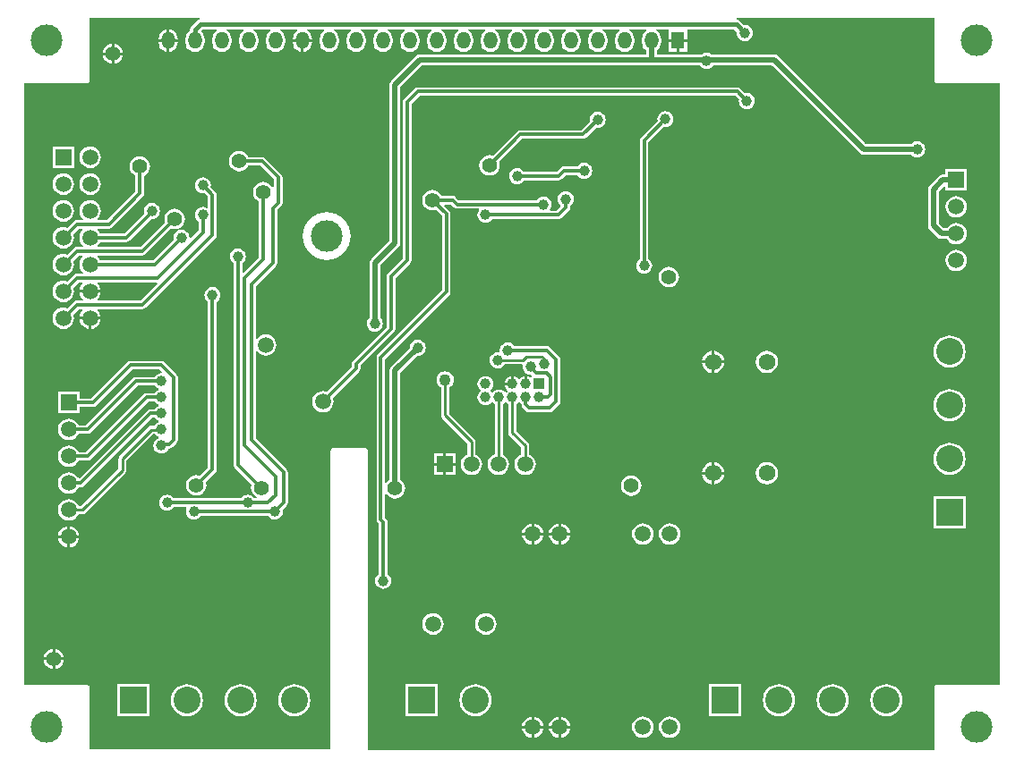
<source format=gbl>
G04 Layer_Physical_Order=2*
G04 Layer_Color=16711680*
%FSLAX23Y23*%
%MOIN*%
G70*
G01*
G75*
%ADD26C,0.012*%
%ADD27C,0.010*%
%ADD28C,0.020*%
%ADD31C,0.020*%
%ADD32C,0.016*%
%ADD37C,0.055*%
%ADD38C,0.059*%
%ADD39R,0.059X0.059*%
%ADD40C,0.062*%
%ADD41C,0.039*%
%ADD42R,0.039X0.039*%
%ADD43C,0.100*%
%ADD44R,0.100X0.100*%
%ADD45R,0.100X0.100*%
%ADD46C,0.059*%
%ADD47R,0.059X0.059*%
%ADD48O,0.051X0.063*%
%ADD49R,0.051X0.063*%
%ADD50C,0.118*%
%ADD51C,0.043*%
G36*
X1573Y1131D02*
X1574Y1127D01*
X1576Y1124D01*
X1579Y1121D01*
X1583Y1121D01*
X1816D01*
Y-1121D01*
X1583D01*
X1579Y-1121D01*
X1576Y-1124D01*
X1574Y-1127D01*
X1573Y-1131D01*
Y-1364D01*
X-536D01*
Y-300D01*
X-536Y-300D01*
Y-249D01*
X-537Y-245D01*
X-539Y-242D01*
X-542Y-240D01*
X-546Y-239D01*
X-665D01*
X-669Y-240D01*
X-672Y-242D01*
X-674Y-245D01*
X-675Y-249D01*
Y-275D01*
X-675Y-276D01*
Y-1363D01*
X-1573D01*
Y-1131D01*
X-1574Y-1127D01*
X-1576Y-1124D01*
X-1579Y-1121D01*
X-1583Y-1121D01*
X-1815D01*
Y1121D01*
X-1583D01*
X-1579Y1121D01*
X-1576Y1124D01*
X-1574Y1127D01*
X-1573Y1131D01*
Y1363D01*
X-1163D01*
X-1163Y1358D01*
X-1167Y1357D01*
X-1173Y1353D01*
X-1192Y1333D01*
X-1196Y1327D01*
X-1198Y1320D01*
X-1198Y1320D01*
Y1316D01*
X-1205Y1311D01*
X-1211Y1303D01*
X-1214Y1295D01*
X-1215Y1285D01*
Y1274D01*
X-1214Y1264D01*
X-1211Y1256D01*
X-1205Y1248D01*
X-1197Y1243D01*
X-1189Y1239D01*
X-1180Y1238D01*
X-1170Y1239D01*
X-1162Y1243D01*
X-1154Y1248D01*
X-1148Y1256D01*
X-1145Y1264D01*
X-1144Y1274D01*
Y1285D01*
X-1145Y1295D01*
X-1148Y1303D01*
X-1154Y1311D01*
X-1156Y1313D01*
X-1157Y1318D01*
X-1152Y1322D01*
X-1098D01*
X-1097Y1317D01*
X-1097Y1317D01*
X-1105Y1311D01*
X-1111Y1303D01*
X-1114Y1295D01*
X-1115Y1285D01*
Y1274D01*
X-1114Y1264D01*
X-1111Y1256D01*
X-1105Y1248D01*
X-1097Y1243D01*
X-1089Y1239D01*
X-1080Y1238D01*
X-1070Y1239D01*
X-1062Y1243D01*
X-1054Y1248D01*
X-1048Y1256D01*
X-1045Y1264D01*
X-1044Y1274D01*
Y1285D01*
X-1045Y1295D01*
X-1048Y1303D01*
X-1054Y1311D01*
X-1062Y1317D01*
X-1062Y1317D01*
X-1061Y1322D01*
X-998D01*
X-997Y1317D01*
X-997Y1317D01*
X-1005Y1311D01*
X-1011Y1303D01*
X-1014Y1295D01*
X-1015Y1285D01*
Y1274D01*
X-1014Y1264D01*
X-1011Y1256D01*
X-1005Y1248D01*
X-997Y1243D01*
X-989Y1239D01*
X-980Y1238D01*
X-970Y1239D01*
X-962Y1243D01*
X-954Y1248D01*
X-948Y1256D01*
X-945Y1264D01*
X-944Y1274D01*
Y1285D01*
X-945Y1295D01*
X-948Y1303D01*
X-954Y1311D01*
X-962Y1317D01*
X-962Y1317D01*
X-961Y1322D01*
X-898D01*
X-897Y1317D01*
X-897Y1317D01*
X-905Y1311D01*
X-911Y1303D01*
X-914Y1295D01*
X-915Y1285D01*
Y1274D01*
X-914Y1264D01*
X-911Y1256D01*
X-905Y1248D01*
X-897Y1243D01*
X-889Y1239D01*
X-880Y1238D01*
X-870Y1239D01*
X-862Y1243D01*
X-854Y1248D01*
X-848Y1256D01*
X-845Y1264D01*
X-844Y1274D01*
Y1285D01*
X-845Y1295D01*
X-848Y1303D01*
X-854Y1311D01*
X-862Y1317D01*
X-862Y1317D01*
X-861Y1322D01*
X-798D01*
X-797Y1317D01*
X-797Y1317D01*
X-805Y1311D01*
X-811Y1303D01*
X-814Y1295D01*
X-815Y1285D01*
Y1285D01*
X-744D01*
Y1285D01*
X-745Y1295D01*
X-748Y1303D01*
X-754Y1311D01*
X-762Y1317D01*
X-762Y1317D01*
X-761Y1322D01*
X-698D01*
X-697Y1317D01*
X-697Y1317D01*
X-705Y1311D01*
X-711Y1303D01*
X-714Y1295D01*
X-715Y1285D01*
Y1274D01*
X-714Y1264D01*
X-711Y1256D01*
X-705Y1248D01*
X-697Y1243D01*
X-689Y1239D01*
X-680Y1238D01*
X-670Y1239D01*
X-662Y1243D01*
X-654Y1248D01*
X-648Y1256D01*
X-645Y1264D01*
X-644Y1274D01*
Y1285D01*
X-645Y1295D01*
X-648Y1303D01*
X-654Y1311D01*
X-662Y1317D01*
X-662Y1317D01*
X-661Y1322D01*
X-598D01*
X-597Y1317D01*
X-597Y1317D01*
X-605Y1311D01*
X-611Y1303D01*
X-614Y1295D01*
X-615Y1285D01*
Y1274D01*
X-614Y1264D01*
X-611Y1256D01*
X-605Y1248D01*
X-597Y1243D01*
X-589Y1239D01*
X-580Y1238D01*
X-570Y1239D01*
X-562Y1243D01*
X-554Y1248D01*
X-548Y1256D01*
X-545Y1264D01*
X-544Y1274D01*
Y1285D01*
X-545Y1295D01*
X-548Y1303D01*
X-554Y1311D01*
X-562Y1317D01*
X-562Y1317D01*
X-561Y1322D01*
X-498D01*
X-497Y1317D01*
X-497Y1317D01*
X-505Y1311D01*
X-511Y1303D01*
X-514Y1295D01*
X-515Y1285D01*
Y1274D01*
X-514Y1264D01*
X-511Y1256D01*
X-505Y1248D01*
X-497Y1243D01*
X-489Y1239D01*
X-480Y1238D01*
X-470Y1239D01*
X-462Y1243D01*
X-454Y1248D01*
X-448Y1256D01*
X-445Y1264D01*
X-444Y1274D01*
Y1285D01*
X-445Y1295D01*
X-448Y1303D01*
X-454Y1311D01*
X-462Y1317D01*
X-462Y1317D01*
X-461Y1322D01*
X-398D01*
X-397Y1317D01*
X-397Y1317D01*
X-405Y1311D01*
X-411Y1303D01*
X-414Y1295D01*
X-415Y1285D01*
Y1274D01*
X-414Y1264D01*
X-411Y1256D01*
X-405Y1248D01*
X-397Y1243D01*
X-389Y1239D01*
X-380Y1238D01*
X-370Y1239D01*
X-362Y1243D01*
X-354Y1248D01*
X-348Y1256D01*
X-345Y1264D01*
X-344Y1274D01*
Y1285D01*
X-345Y1295D01*
X-348Y1303D01*
X-354Y1311D01*
X-362Y1317D01*
X-362Y1317D01*
X-361Y1322D01*
X-298D01*
X-297Y1317D01*
X-297Y1317D01*
X-305Y1311D01*
X-311Y1303D01*
X-314Y1295D01*
X-315Y1285D01*
Y1274D01*
X-314Y1264D01*
X-311Y1256D01*
X-305Y1248D01*
X-297Y1243D01*
X-289Y1239D01*
X-280Y1238D01*
X-270Y1239D01*
X-262Y1243D01*
X-254Y1248D01*
X-248Y1256D01*
X-245Y1264D01*
X-244Y1274D01*
Y1285D01*
X-245Y1295D01*
X-248Y1303D01*
X-254Y1311D01*
X-262Y1317D01*
X-262Y1317D01*
X-261Y1322D01*
X-198D01*
X-197Y1317D01*
X-197Y1317D01*
X-205Y1311D01*
X-211Y1303D01*
X-214Y1295D01*
X-215Y1285D01*
Y1274D01*
X-214Y1264D01*
X-211Y1256D01*
X-205Y1248D01*
X-197Y1243D01*
X-189Y1239D01*
X-180Y1238D01*
X-170Y1239D01*
X-162Y1243D01*
X-154Y1248D01*
X-148Y1256D01*
X-145Y1264D01*
X-144Y1274D01*
Y1285D01*
X-145Y1295D01*
X-148Y1303D01*
X-154Y1311D01*
X-162Y1317D01*
X-162Y1317D01*
X-161Y1322D01*
X-98D01*
X-97Y1317D01*
X-97Y1317D01*
X-105Y1311D01*
X-111Y1303D01*
X-114Y1295D01*
X-115Y1285D01*
Y1274D01*
X-114Y1264D01*
X-111Y1256D01*
X-105Y1248D01*
X-97Y1243D01*
X-89Y1239D01*
X-80Y1238D01*
X-70Y1239D01*
X-62Y1243D01*
X-54Y1248D01*
X-48Y1256D01*
X-45Y1264D01*
X-44Y1274D01*
Y1285D01*
X-45Y1295D01*
X-48Y1303D01*
X-54Y1311D01*
X-62Y1317D01*
X-62Y1317D01*
X-61Y1322D01*
X2D01*
X3Y1317D01*
X3Y1317D01*
X-5Y1311D01*
X-11Y1303D01*
X-14Y1295D01*
X-15Y1285D01*
Y1274D01*
X-14Y1264D01*
X-11Y1256D01*
X-5Y1248D01*
X3Y1243D01*
X11Y1239D01*
X20Y1238D01*
X30Y1239D01*
X38Y1243D01*
X46Y1248D01*
X52Y1256D01*
X55Y1264D01*
X56Y1274D01*
Y1285D01*
X55Y1295D01*
X52Y1303D01*
X46Y1311D01*
X38Y1317D01*
X38Y1317D01*
X39Y1322D01*
X102D01*
X103Y1317D01*
X103Y1317D01*
X95Y1311D01*
X89Y1303D01*
X86Y1295D01*
X85Y1285D01*
Y1274D01*
X86Y1264D01*
X89Y1256D01*
X95Y1248D01*
X103Y1243D01*
X111Y1239D01*
X120Y1238D01*
X130Y1239D01*
X138Y1243D01*
X146Y1248D01*
X152Y1256D01*
X155Y1264D01*
X156Y1274D01*
Y1285D01*
X155Y1295D01*
X152Y1303D01*
X146Y1311D01*
X138Y1317D01*
X138Y1317D01*
X139Y1322D01*
X202D01*
X203Y1317D01*
X203Y1317D01*
X195Y1311D01*
X189Y1303D01*
X186Y1295D01*
X185Y1285D01*
Y1274D01*
X186Y1264D01*
X189Y1256D01*
X195Y1248D01*
X203Y1243D01*
X211Y1239D01*
X220Y1238D01*
X230Y1239D01*
X238Y1243D01*
X246Y1248D01*
X252Y1256D01*
X255Y1264D01*
X256Y1274D01*
Y1285D01*
X255Y1295D01*
X252Y1303D01*
X246Y1311D01*
X238Y1317D01*
X238Y1317D01*
X239Y1322D01*
X302D01*
X303Y1317D01*
X303Y1317D01*
X295Y1311D01*
X289Y1303D01*
X286Y1295D01*
X285Y1285D01*
Y1274D01*
X286Y1264D01*
X289Y1256D01*
X295Y1248D01*
X303Y1243D01*
X311Y1239D01*
X320Y1238D01*
X330Y1239D01*
X338Y1243D01*
X346Y1248D01*
X352Y1256D01*
X355Y1264D01*
X356Y1274D01*
Y1285D01*
X355Y1295D01*
X352Y1303D01*
X346Y1311D01*
X338Y1317D01*
X338Y1317D01*
X339Y1322D01*
X402D01*
X403Y1317D01*
X403Y1317D01*
X395Y1311D01*
X389Y1303D01*
X386Y1295D01*
X385Y1285D01*
Y1274D01*
X386Y1264D01*
X389Y1256D01*
X395Y1248D01*
X403Y1243D01*
X411Y1239D01*
X420Y1238D01*
X430Y1239D01*
X438Y1243D01*
X446Y1248D01*
X452Y1256D01*
X455Y1264D01*
X456Y1274D01*
Y1285D01*
X455Y1295D01*
X452Y1303D01*
X446Y1311D01*
X438Y1317D01*
X438Y1317D01*
X439Y1322D01*
X502D01*
X503Y1317D01*
X503Y1317D01*
X495Y1311D01*
X489Y1303D01*
X486Y1295D01*
X485Y1285D01*
Y1274D01*
X486Y1264D01*
X489Y1256D01*
X495Y1248D01*
X500Y1244D01*
Y1229D01*
X-341D01*
X-349Y1228D01*
X-355Y1223D01*
X-449Y1129D01*
X-454Y1123D01*
X-455Y1115D01*
Y533D01*
X-524Y464D01*
X-529Y458D01*
X-530Y450D01*
Y247D01*
X-531Y246D01*
X-536Y240D01*
X-539Y233D01*
X-540Y225D01*
X-539Y217D01*
X-536Y210D01*
X-531Y204D01*
X-525Y199D01*
X-518Y196D01*
X-510Y195D01*
X-502Y196D01*
X-495Y199D01*
X-489Y204D01*
X-484Y210D01*
X-481Y217D01*
X-480Y225D01*
X-481Y233D01*
X-484Y240D01*
X-489Y246D01*
X-490Y247D01*
Y442D01*
X-421Y511D01*
X-416Y517D01*
X-415Y525D01*
Y1107D01*
X-333Y1189D01*
X700D01*
X704Y1184D01*
X710Y1179D01*
X717Y1176D01*
X725Y1175D01*
X733Y1176D01*
X740Y1179D01*
X746Y1184D01*
X750Y1189D01*
X968D01*
X1296Y861D01*
X1302Y856D01*
X1310Y855D01*
X1488D01*
X1489Y854D01*
X1495Y849D01*
X1502Y846D01*
X1510Y845D01*
X1518Y846D01*
X1525Y849D01*
X1531Y854D01*
X1536Y860D01*
X1539Y867D01*
X1540Y875D01*
X1539Y883D01*
X1536Y890D01*
X1531Y896D01*
X1525Y901D01*
X1518Y904D01*
X1510Y905D01*
X1502Y904D01*
X1495Y901D01*
X1489Y896D01*
X1488Y895D01*
X1318D01*
X990Y1223D01*
X984Y1228D01*
X976Y1229D01*
X742D01*
X740Y1231D01*
X733Y1234D01*
X725Y1235D01*
X717Y1234D01*
X710Y1231D01*
X708Y1229D01*
X541D01*
Y1244D01*
X546Y1248D01*
X552Y1256D01*
X555Y1264D01*
X556Y1274D01*
Y1285D01*
X555Y1295D01*
X552Y1303D01*
X546Y1311D01*
X538Y1317D01*
X538Y1317D01*
X539Y1322D01*
X579D01*
X583Y1321D01*
X583Y1317D01*
Y1285D01*
X654D01*
Y1317D01*
X654Y1321D01*
X659Y1322D01*
X828D01*
X839Y1312D01*
X838Y1308D01*
X839Y1300D01*
X842Y1293D01*
X847Y1287D01*
X853Y1282D01*
X860Y1279D01*
X868Y1278D01*
X876Y1279D01*
X883Y1282D01*
X889Y1287D01*
X894Y1293D01*
X897Y1300D01*
X898Y1308D01*
X897Y1316D01*
X894Y1323D01*
X889Y1329D01*
X883Y1334D01*
X876Y1337D01*
X868Y1338D01*
X864Y1337D01*
X849Y1353D01*
X843Y1357D01*
X839Y1358D01*
X839Y1363D01*
X1573D01*
Y1131D01*
D02*
G37*
%LPC*%
G36*
X117Y-565D02*
X83D01*
Y-599D01*
X88Y-599D01*
X98Y-595D01*
X106Y-588D01*
X113Y-580D01*
X117Y-570D01*
X117Y-565D01*
D02*
G37*
G36*
X73D02*
X39D01*
X39Y-570D01*
X43Y-580D01*
X50Y-588D01*
X58Y-595D01*
X68Y-599D01*
X73Y-599D01*
Y-565D01*
D02*
G37*
G36*
X173D02*
X139D01*
X139Y-570D01*
X143Y-580D01*
X150Y-588D01*
X158Y-595D01*
X168Y-599D01*
X173Y-599D01*
Y-565D01*
D02*
G37*
G36*
X217D02*
X183D01*
Y-599D01*
X188Y-599D01*
X198Y-595D01*
X206Y-588D01*
X213Y-580D01*
X217Y-570D01*
X217Y-565D01*
D02*
G37*
G36*
X-1655Y-531D02*
X-1660Y-531D01*
X-1670Y-535D01*
X-1678Y-542D01*
X-1685Y-550D01*
X-1689Y-560D01*
X-1689Y-565D01*
X-1655D01*
Y-531D01*
D02*
G37*
G36*
X588Y-520D02*
X578Y-521D01*
X568Y-525D01*
X560Y-532D01*
X553Y-540D01*
X549Y-550D01*
X548Y-560D01*
X549Y-570D01*
X553Y-580D01*
X560Y-588D01*
X568Y-595D01*
X578Y-599D01*
X588Y-600D01*
X598Y-599D01*
X608Y-595D01*
X616Y-588D01*
X623Y-580D01*
X627Y-570D01*
X628Y-560D01*
X627Y-550D01*
X623Y-540D01*
X616Y-532D01*
X608Y-525D01*
X598Y-521D01*
X588Y-520D01*
D02*
G37*
G36*
X-97Y-855D02*
X-107Y-856D01*
X-117Y-860D01*
X-125Y-867D01*
X-131Y-875D01*
X-135Y-885D01*
X-136Y-895D01*
X-135Y-905D01*
X-131Y-915D01*
X-125Y-923D01*
X-117Y-930D01*
X-107Y-934D01*
X-97Y-935D01*
X-86Y-934D01*
X-77Y-930D01*
X-68Y-923D01*
X-62Y-915D01*
X-58Y-905D01*
X-57Y-895D01*
X-58Y-885D01*
X-62Y-875D01*
X-68Y-867D01*
X-77Y-860D01*
X-86Y-856D01*
X-97Y-855D01*
D02*
G37*
G36*
X-293D02*
X-304Y-856D01*
X-313Y-860D01*
X-322Y-867D01*
X-328Y-875D01*
X-332Y-885D01*
X-333Y-895D01*
X-332Y-905D01*
X-328Y-915D01*
X-322Y-923D01*
X-313Y-930D01*
X-304Y-934D01*
X-293Y-935D01*
X-283Y-934D01*
X-273Y-930D01*
X-265Y-923D01*
X-259Y-915D01*
X-255Y-905D01*
X-254Y-895D01*
X-255Y-885D01*
X-259Y-875D01*
X-265Y-867D01*
X-273Y-860D01*
X-283Y-856D01*
X-293Y-855D01*
D02*
G37*
G36*
X-1655Y-575D02*
X-1689D01*
X-1689Y-580D01*
X-1685Y-590D01*
X-1678Y-598D01*
X-1670Y-605D01*
X-1660Y-609D01*
X-1655Y-609D01*
Y-575D01*
D02*
G37*
G36*
X488Y-520D02*
X478Y-521D01*
X468Y-525D01*
X460Y-532D01*
X453Y-540D01*
X449Y-550D01*
X448Y-560D01*
X449Y-570D01*
X453Y-580D01*
X460Y-588D01*
X468Y-595D01*
X478Y-599D01*
X488Y-600D01*
X498Y-599D01*
X508Y-595D01*
X516Y-588D01*
X523Y-580D01*
X527Y-570D01*
X528Y-560D01*
X527Y-550D01*
X523Y-540D01*
X516Y-532D01*
X508Y-525D01*
X498Y-521D01*
X488Y-520D01*
D02*
G37*
G36*
X-1611Y-575D02*
X-1645D01*
Y-609D01*
X-1640Y-609D01*
X-1630Y-605D01*
X-1622Y-598D01*
X-1615Y-590D01*
X-1611Y-580D01*
X-1611Y-575D01*
D02*
G37*
G36*
X-1645Y-531D02*
Y-565D01*
X-1611D01*
X-1611Y-560D01*
X-1615Y-550D01*
X-1622Y-542D01*
X-1630Y-535D01*
X-1640Y-531D01*
X-1645Y-531D01*
D02*
G37*
G36*
X745Y-338D02*
X709D01*
X710Y-344D01*
X714Y-354D01*
X721Y-362D01*
X729Y-369D01*
X739Y-373D01*
X745Y-374D01*
Y-338D01*
D02*
G37*
G36*
X950Y-292D02*
X939Y-293D01*
X929Y-297D01*
X921Y-304D01*
X914Y-312D01*
X910Y-322D01*
X909Y-333D01*
X910Y-344D01*
X914Y-354D01*
X921Y-362D01*
X929Y-369D01*
X939Y-373D01*
X950Y-374D01*
X961Y-373D01*
X971Y-369D01*
X979Y-362D01*
X986Y-354D01*
X990Y-344D01*
X991Y-333D01*
X990Y-322D01*
X986Y-312D01*
X979Y-304D01*
X971Y-297D01*
X961Y-293D01*
X950Y-292D01*
D02*
G37*
G36*
X791Y-338D02*
X755D01*
Y-374D01*
X761Y-373D01*
X771Y-369D01*
X779Y-362D01*
X786Y-354D01*
X790Y-344D01*
X791Y-338D01*
D02*
G37*
G36*
X1630Y-220D02*
X1618Y-221D01*
X1607Y-224D01*
X1597Y-230D01*
X1587Y-237D01*
X1580Y-247D01*
X1574Y-257D01*
X1571Y-268D01*
X1570Y-280D01*
X1571Y-292D01*
X1574Y-303D01*
X1580Y-313D01*
X1587Y-323D01*
X1597Y-330D01*
X1607Y-336D01*
X1618Y-339D01*
X1630Y-340D01*
X1642Y-339D01*
X1653Y-336D01*
X1663Y-330D01*
X1673Y-323D01*
X1680Y-313D01*
X1686Y-303D01*
X1689Y-292D01*
X1690Y-280D01*
X1689Y-268D01*
X1686Y-257D01*
X1680Y-247D01*
X1673Y-237D01*
X1663Y-230D01*
X1653Y-224D01*
X1642Y-221D01*
X1630Y-220D01*
D02*
G37*
G36*
X-1115Y361D02*
X-1123Y360D01*
X-1130Y357D01*
X-1136Y352D01*
X-1141Y346D01*
X-1144Y339D01*
X-1145Y331D01*
X-1144Y323D01*
X-1141Y316D01*
X-1136Y310D01*
X-1131Y306D01*
Y-311D01*
X-1162Y-343D01*
X-1165Y-341D01*
X-1175Y-340D01*
X-1185Y-341D01*
X-1194Y-345D01*
X-1202Y-351D01*
X-1208Y-359D01*
X-1212Y-368D01*
X-1213Y-378D01*
X-1212Y-388D01*
X-1208Y-397D01*
X-1202Y-405D01*
X-1194Y-411D01*
X-1185Y-415D01*
X-1175Y-416D01*
X-1165Y-415D01*
X-1156Y-411D01*
X-1148Y-405D01*
X-1142Y-397D01*
X-1138Y-388D01*
X-1137Y-378D01*
X-1138Y-368D01*
X-1140Y-365D01*
X-1104Y-329D01*
X-1100Y-324D01*
X-1099Y-318D01*
Y306D01*
X-1094Y310D01*
X-1089Y316D01*
X-1086Y323D01*
X-1085Y331D01*
X-1086Y339D01*
X-1089Y346D01*
X-1094Y352D01*
X-1100Y357D01*
X-1107Y360D01*
X-1115Y361D01*
D02*
G37*
G36*
X445Y-342D02*
X435Y-343D01*
X426Y-347D01*
X418Y-353D01*
X412Y-361D01*
X408Y-370D01*
X407Y-380D01*
X408Y-390D01*
X412Y-399D01*
X418Y-407D01*
X426Y-413D01*
X435Y-417D01*
X445Y-418D01*
X455Y-417D01*
X464Y-413D01*
X472Y-407D01*
X478Y-399D01*
X482Y-390D01*
X483Y-380D01*
X482Y-370D01*
X478Y-361D01*
X472Y-353D01*
X464Y-347D01*
X455Y-343D01*
X445Y-342D01*
D02*
G37*
G36*
X83Y-521D02*
Y-555D01*
X117D01*
X117Y-550D01*
X113Y-540D01*
X106Y-532D01*
X98Y-525D01*
X88Y-521D01*
X83Y-521D01*
D02*
G37*
G36*
X73D02*
X68Y-521D01*
X58Y-525D01*
X50Y-532D01*
X43Y-540D01*
X39Y-550D01*
X39Y-555D01*
X73D01*
Y-521D01*
D02*
G37*
G36*
X173D02*
X168Y-521D01*
X158Y-525D01*
X150Y-532D01*
X143Y-540D01*
X139Y-550D01*
X139Y-555D01*
X173D01*
Y-521D01*
D02*
G37*
G36*
X1690Y-420D02*
X1570D01*
Y-540D01*
X1690D01*
Y-420D01*
D02*
G37*
G36*
X183Y-521D02*
Y-555D01*
X217D01*
X217Y-550D01*
X213Y-540D01*
X206Y-532D01*
X198Y-525D01*
X188Y-521D01*
X183Y-521D01*
D02*
G37*
G36*
X-1700Y-988D02*
Y-1020D01*
X-1668D01*
X-1668Y-1015D01*
X-1672Y-1006D01*
X-1678Y-998D01*
X-1686Y-992D01*
X-1695Y-988D01*
X-1700Y-988D01*
D02*
G37*
G36*
X83Y-1241D02*
Y-1275D01*
X117D01*
X117Y-1270D01*
X113Y-1260D01*
X106Y-1252D01*
X98Y-1245D01*
X88Y-1241D01*
X83Y-1241D01*
D02*
G37*
G36*
X73D02*
X68Y-1241D01*
X58Y-1245D01*
X50Y-1252D01*
X43Y-1260D01*
X39Y-1270D01*
X39Y-1275D01*
X73D01*
Y-1241D01*
D02*
G37*
G36*
X173D02*
X168Y-1241D01*
X158Y-1245D01*
X150Y-1252D01*
X143Y-1260D01*
X139Y-1270D01*
X139Y-1275D01*
X173D01*
Y-1241D01*
D02*
G37*
G36*
X-1210Y-1120D02*
X-1222Y-1121D01*
X-1233Y-1124D01*
X-1243Y-1130D01*
X-1253Y-1137D01*
X-1260Y-1147D01*
X-1266Y-1157D01*
X-1269Y-1168D01*
X-1270Y-1180D01*
X-1269Y-1192D01*
X-1266Y-1203D01*
X-1260Y-1213D01*
X-1253Y-1223D01*
X-1243Y-1230D01*
X-1233Y-1236D01*
X-1222Y-1239D01*
X-1210Y-1240D01*
X-1198Y-1239D01*
X-1187Y-1236D01*
X-1177Y-1230D01*
X-1167Y-1223D01*
X-1160Y-1213D01*
X-1154Y-1203D01*
X-1151Y-1192D01*
X-1150Y-1180D01*
X-1151Y-1168D01*
X-1154Y-1157D01*
X-1160Y-1147D01*
X-1167Y-1137D01*
X-1177Y-1130D01*
X-1187Y-1124D01*
X-1198Y-1121D01*
X-1210Y-1120D01*
D02*
G37*
G36*
X183Y-1241D02*
Y-1275D01*
X217D01*
X217Y-1270D01*
X213Y-1260D01*
X206Y-1252D01*
X198Y-1245D01*
X188Y-1241D01*
X183Y-1241D01*
D02*
G37*
G36*
X217Y-1285D02*
X183D01*
Y-1319D01*
X188Y-1319D01*
X198Y-1315D01*
X206Y-1308D01*
X213Y-1300D01*
X217Y-1290D01*
X217Y-1285D01*
D02*
G37*
G36*
X588Y-1240D02*
X578Y-1241D01*
X568Y-1245D01*
X560Y-1252D01*
X553Y-1260D01*
X549Y-1270D01*
X548Y-1280D01*
X549Y-1290D01*
X553Y-1300D01*
X560Y-1308D01*
X568Y-1315D01*
X578Y-1319D01*
X588Y-1320D01*
X598Y-1319D01*
X608Y-1315D01*
X616Y-1308D01*
X623Y-1300D01*
X627Y-1290D01*
X628Y-1280D01*
X627Y-1270D01*
X623Y-1260D01*
X616Y-1252D01*
X608Y-1245D01*
X598Y-1241D01*
X588Y-1240D01*
D02*
G37*
G36*
X488D02*
X478Y-1241D01*
X468Y-1245D01*
X460Y-1252D01*
X453Y-1260D01*
X449Y-1270D01*
X448Y-1280D01*
X449Y-1290D01*
X453Y-1300D01*
X460Y-1308D01*
X468Y-1315D01*
X478Y-1319D01*
X488Y-1320D01*
X498Y-1319D01*
X508Y-1315D01*
X516Y-1308D01*
X523Y-1300D01*
X527Y-1290D01*
X528Y-1280D01*
X527Y-1270D01*
X523Y-1260D01*
X516Y-1252D01*
X508Y-1245D01*
X498Y-1241D01*
X488Y-1240D01*
D02*
G37*
G36*
X73Y-1285D02*
X39D01*
X39Y-1290D01*
X43Y-1300D01*
X50Y-1308D01*
X58Y-1315D01*
X68Y-1319D01*
X73Y-1319D01*
Y-1285D01*
D02*
G37*
G36*
X173D02*
X139D01*
X139Y-1290D01*
X143Y-1300D01*
X150Y-1308D01*
X158Y-1315D01*
X168Y-1319D01*
X173Y-1319D01*
Y-1285D01*
D02*
G37*
G36*
X117D02*
X83D01*
Y-1319D01*
X88Y-1319D01*
X98Y-1315D01*
X106Y-1308D01*
X113Y-1300D01*
X117Y-1290D01*
X117Y-1285D01*
D02*
G37*
G36*
X-1010Y-1120D02*
X-1022Y-1121D01*
X-1033Y-1124D01*
X-1043Y-1130D01*
X-1053Y-1137D01*
X-1060Y-1147D01*
X-1066Y-1157D01*
X-1069Y-1168D01*
X-1070Y-1180D01*
X-1069Y-1192D01*
X-1066Y-1203D01*
X-1060Y-1213D01*
X-1053Y-1223D01*
X-1043Y-1230D01*
X-1033Y-1236D01*
X-1022Y-1239D01*
X-1010Y-1240D01*
X-998Y-1239D01*
X-987Y-1236D01*
X-977Y-1230D01*
X-967Y-1223D01*
X-960Y-1213D01*
X-954Y-1203D01*
X-951Y-1192D01*
X-950Y-1180D01*
X-951Y-1168D01*
X-954Y-1157D01*
X-960Y-1147D01*
X-967Y-1137D01*
X-977Y-1130D01*
X-987Y-1124D01*
X-998Y-1121D01*
X-1010Y-1120D01*
D02*
G37*
G36*
X855Y-1120D02*
X735D01*
Y-1240D01*
X855D01*
Y-1120D01*
D02*
G37*
G36*
X-275D02*
X-395D01*
Y-1240D01*
X-275D01*
Y-1120D01*
D02*
G37*
G36*
X-1710Y-1030D02*
X-1742D01*
X-1742Y-1035D01*
X-1738Y-1044D01*
X-1732Y-1052D01*
X-1724Y-1058D01*
X-1715Y-1062D01*
X-1710Y-1062D01*
Y-1030D01*
D02*
G37*
G36*
Y-988D02*
X-1715Y-988D01*
X-1724Y-992D01*
X-1732Y-998D01*
X-1738Y-1006D01*
X-1742Y-1015D01*
X-1742Y-1020D01*
X-1710D01*
Y-988D01*
D02*
G37*
G36*
X-1668Y-1030D02*
X-1700D01*
Y-1062D01*
X-1695Y-1062D01*
X-1686Y-1058D01*
X-1678Y-1052D01*
X-1672Y-1044D01*
X-1668Y-1035D01*
X-1668Y-1030D01*
D02*
G37*
G36*
X-1350Y-1120D02*
X-1470D01*
Y-1240D01*
X-1350D01*
Y-1120D01*
D02*
G37*
G36*
X-135Y-1120D02*
X-147Y-1121D01*
X-158Y-1124D01*
X-168Y-1130D01*
X-178Y-1137D01*
X-185Y-1147D01*
X-191Y-1157D01*
X-194Y-1168D01*
X-195Y-1180D01*
X-194Y-1192D01*
X-191Y-1203D01*
X-185Y-1213D01*
X-178Y-1223D01*
X-168Y-1230D01*
X-158Y-1236D01*
X-147Y-1239D01*
X-135Y-1240D01*
X-123Y-1239D01*
X-112Y-1236D01*
X-102Y-1230D01*
X-92Y-1223D01*
X-85Y-1213D01*
X-79Y-1203D01*
X-76Y-1192D01*
X-75Y-1180D01*
X-76Y-1168D01*
X-79Y-1157D01*
X-85Y-1147D01*
X-92Y-1137D01*
X-102Y-1130D01*
X-112Y-1124D01*
X-123Y-1121D01*
X-135Y-1120D01*
D02*
G37*
G36*
X-810D02*
X-822Y-1121D01*
X-833Y-1124D01*
X-843Y-1130D01*
X-853Y-1137D01*
X-860Y-1147D01*
X-866Y-1157D01*
X-869Y-1168D01*
X-870Y-1180D01*
X-869Y-1192D01*
X-866Y-1203D01*
X-860Y-1213D01*
X-853Y-1223D01*
X-843Y-1230D01*
X-833Y-1236D01*
X-822Y-1239D01*
X-810Y-1240D01*
X-798Y-1239D01*
X-787Y-1236D01*
X-777Y-1230D01*
X-767Y-1223D01*
X-760Y-1213D01*
X-754Y-1203D01*
X-751Y-1192D01*
X-750Y-1180D01*
X-751Y-1168D01*
X-754Y-1157D01*
X-760Y-1147D01*
X-767Y-1137D01*
X-777Y-1130D01*
X-787Y-1124D01*
X-798Y-1121D01*
X-810Y-1120D01*
D02*
G37*
G36*
X995D02*
X983Y-1121D01*
X972Y-1124D01*
X962Y-1130D01*
X952Y-1137D01*
X945Y-1147D01*
X939Y-1157D01*
X936Y-1168D01*
X935Y-1180D01*
X936Y-1192D01*
X939Y-1203D01*
X945Y-1213D01*
X952Y-1223D01*
X962Y-1230D01*
X972Y-1236D01*
X983Y-1239D01*
X995Y-1240D01*
X1007Y-1239D01*
X1018Y-1236D01*
X1028Y-1230D01*
X1038Y-1223D01*
X1045Y-1213D01*
X1051Y-1203D01*
X1054Y-1192D01*
X1055Y-1180D01*
X1054Y-1168D01*
X1051Y-1157D01*
X1045Y-1147D01*
X1038Y-1137D01*
X1028Y-1130D01*
X1018Y-1124D01*
X1007Y-1121D01*
X995Y-1120D01*
D02*
G37*
G36*
X1395D02*
X1383Y-1121D01*
X1372Y-1124D01*
X1362Y-1130D01*
X1352Y-1137D01*
X1345Y-1147D01*
X1339Y-1157D01*
X1336Y-1168D01*
X1335Y-1180D01*
X1336Y-1192D01*
X1339Y-1203D01*
X1345Y-1213D01*
X1352Y-1223D01*
X1362Y-1230D01*
X1372Y-1236D01*
X1383Y-1239D01*
X1395Y-1240D01*
X1407Y-1239D01*
X1418Y-1236D01*
X1428Y-1230D01*
X1438Y-1223D01*
X1445Y-1213D01*
X1451Y-1203D01*
X1454Y-1192D01*
X1455Y-1180D01*
X1454Y-1168D01*
X1451Y-1157D01*
X1445Y-1147D01*
X1438Y-1137D01*
X1428Y-1130D01*
X1418Y-1124D01*
X1407Y-1121D01*
X1395Y-1120D01*
D02*
G37*
G36*
X1195D02*
X1183Y-1121D01*
X1172Y-1124D01*
X1162Y-1130D01*
X1152Y-1137D01*
X1145Y-1147D01*
X1139Y-1157D01*
X1136Y-1168D01*
X1135Y-1180D01*
X1136Y-1192D01*
X1139Y-1203D01*
X1145Y-1213D01*
X1152Y-1223D01*
X1162Y-1230D01*
X1172Y-1236D01*
X1183Y-1239D01*
X1195Y-1240D01*
X1207Y-1239D01*
X1218Y-1236D01*
X1228Y-1230D01*
X1238Y-1223D01*
X1245Y-1213D01*
X1251Y-1203D01*
X1254Y-1192D01*
X1255Y-1180D01*
X1254Y-1168D01*
X1251Y-1157D01*
X1245Y-1147D01*
X1238Y-1137D01*
X1228Y-1130D01*
X1218Y-1124D01*
X1207Y-1121D01*
X1195Y-1120D01*
D02*
G37*
G36*
X-248Y47D02*
X-256Y46D01*
X-264Y43D01*
X-271Y38D01*
X-276Y31D01*
X-279Y23D01*
X-280Y15D01*
X-279Y7D01*
X-276Y-1D01*
X-271Y-8D01*
X-264Y-13D01*
X-263Y-13D01*
Y-117D01*
X-262Y-123D01*
X-259Y-128D01*
X-165Y-221D01*
Y-264D01*
X-170Y-265D01*
X-178Y-272D01*
X-185Y-280D01*
X-189Y-290D01*
X-190Y-300D01*
X-189Y-310D01*
X-185Y-320D01*
X-178Y-328D01*
X-170Y-335D01*
X-160Y-339D01*
X-150Y-340D01*
X-140Y-339D01*
X-130Y-335D01*
X-122Y-328D01*
X-115Y-320D01*
X-111Y-310D01*
X-110Y-300D01*
X-111Y-290D01*
X-115Y-280D01*
X-122Y-272D01*
X-130Y-265D01*
X-135Y-264D01*
Y-215D01*
X-136Y-209D01*
X-139Y-204D01*
X-233Y-111D01*
Y-13D01*
X-232Y-13D01*
X-225Y-8D01*
X-220Y-1D01*
X-217Y7D01*
X-216Y15D01*
X-217Y23D01*
X-220Y31D01*
X-225Y38D01*
X-232Y43D01*
X-240Y46D01*
X-248Y47D01*
D02*
G37*
G36*
X-1630Y885D02*
X-1710D01*
Y805D01*
X-1630D01*
Y885D01*
D02*
G37*
G36*
X-1570Y885D02*
X-1580Y884D01*
X-1590Y880D01*
X-1598Y873D01*
X-1605Y865D01*
X-1609Y855D01*
X-1610Y845D01*
X-1609Y835D01*
X-1605Y825D01*
X-1598Y817D01*
X-1590Y810D01*
X-1580Y806D01*
X-1570Y805D01*
X-1560Y806D01*
X-1550Y810D01*
X-1542Y817D01*
X-1535Y825D01*
X-1531Y835D01*
X-1530Y845D01*
X-1531Y855D01*
X-1535Y865D01*
X-1542Y873D01*
X-1550Y880D01*
X-1560Y884D01*
X-1570Y885D01*
D02*
G37*
G36*
X320Y1015D02*
X312Y1014D01*
X305Y1011D01*
X299Y1006D01*
X294Y1000D01*
X291Y993D01*
X290Y985D01*
X291Y979D01*
X258Y946D01*
X32D01*
X26Y945D01*
X21Y941D01*
X-70Y850D01*
X-73Y852D01*
X-83Y853D01*
X-92Y852D01*
X-102Y848D01*
X-109Y842D01*
X-115Y834D01*
X-119Y825D01*
X-121Y815D01*
X-119Y805D01*
X-115Y796D01*
X-109Y788D01*
X-102Y782D01*
X-92Y778D01*
X-83Y777D01*
X-73Y778D01*
X-64Y782D01*
X-56Y788D01*
X-50Y796D01*
X-46Y805D01*
X-45Y815D01*
X-46Y825D01*
X-47Y827D01*
X39Y914D01*
X265D01*
X271Y915D01*
X276Y919D01*
X314Y956D01*
X320Y955D01*
X328Y956D01*
X335Y959D01*
X341Y964D01*
X346Y970D01*
X349Y977D01*
X350Y985D01*
X349Y993D01*
X346Y1000D01*
X341Y1006D01*
X335Y1011D01*
X328Y1014D01*
X320Y1015D01*
D02*
G37*
G36*
X840Y1106D02*
X-350D01*
X-356Y1105D01*
X-361Y1101D01*
X-401Y1061D01*
X-405Y1056D01*
X-406Y1050D01*
Y467D01*
X-461Y411D01*
X-465Y406D01*
X-466Y400D01*
Y212D01*
X-591Y86D01*
X-595Y81D01*
X-596Y75D01*
Y65D01*
X-690Y-29D01*
X-694Y-28D01*
X-704Y-26D01*
X-714Y-28D01*
X-724Y-32D01*
X-732Y-38D01*
X-738Y-46D01*
X-742Y-56D01*
X-744Y-66D01*
X-742Y-76D01*
X-738Y-86D01*
X-732Y-94D01*
X-724Y-101D01*
X-714Y-105D01*
X-704Y-106D01*
X-694Y-105D01*
X-684Y-101D01*
X-676Y-94D01*
X-669Y-86D01*
X-665Y-76D01*
X-664Y-66D01*
X-665Y-56D01*
X-667Y-52D01*
X-569Y46D01*
X-565Y52D01*
X-564Y58D01*
Y68D01*
X-439Y194D01*
X-435Y199D01*
X-434Y205D01*
Y393D01*
X-379Y449D01*
X-375Y454D01*
X-374Y460D01*
Y1043D01*
X-343Y1074D01*
X833D01*
X846Y1061D01*
X845Y1055D01*
X846Y1047D01*
X849Y1040D01*
X854Y1034D01*
X860Y1029D01*
X867Y1026D01*
X875Y1025D01*
X883Y1026D01*
X890Y1029D01*
X896Y1034D01*
X901Y1040D01*
X904Y1047D01*
X905Y1055D01*
X904Y1063D01*
X901Y1070D01*
X896Y1076D01*
X890Y1081D01*
X883Y1084D01*
X875Y1085D01*
X869Y1084D01*
X851Y1101D01*
X846Y1105D01*
X840Y1106D01*
D02*
G37*
G36*
X572Y1017D02*
X565Y1016D01*
X557Y1013D01*
X551Y1008D01*
X546Y1002D01*
X543Y994D01*
X542Y987D01*
X543Y981D01*
X482Y919D01*
X478Y914D01*
X477Y907D01*
Y466D01*
X472Y462D01*
X467Y456D01*
X464Y449D01*
X463Y441D01*
X464Y433D01*
X467Y426D01*
X472Y420D01*
X478Y415D01*
X485Y412D01*
X493Y411D01*
X501Y412D01*
X508Y415D01*
X514Y420D01*
X519Y426D01*
X522Y433D01*
X523Y441D01*
X522Y449D01*
X519Y456D01*
X514Y462D01*
X509Y466D01*
Y901D01*
X566Y958D01*
X572Y957D01*
X580Y958D01*
X587Y961D01*
X593Y966D01*
X598Y972D01*
X601Y979D01*
X602Y987D01*
X601Y994D01*
X598Y1002D01*
X593Y1008D01*
X587Y1013D01*
X580Y1016D01*
X572Y1017D01*
D02*
G37*
G36*
X270Y825D02*
X262Y824D01*
X255Y821D01*
X249Y816D01*
X245Y811D01*
X195D01*
X189Y810D01*
X183Y806D01*
X168Y791D01*
X45D01*
X41Y796D01*
X35Y801D01*
X28Y804D01*
X20Y805D01*
X13Y804D01*
X5Y801D01*
X-1Y796D01*
X-6Y790D01*
X-9Y783D01*
X-10Y775D01*
X-9Y767D01*
X-6Y760D01*
X-1Y754D01*
X5Y749D01*
X13Y746D01*
X20Y745D01*
X28Y746D01*
X35Y749D01*
X41Y754D01*
X45Y759D01*
X175D01*
X181Y760D01*
X186Y764D01*
X202Y779D01*
X245D01*
X249Y774D01*
X255Y769D01*
X262Y766D01*
X270Y765D01*
X278Y766D01*
X285Y769D01*
X291Y774D01*
X296Y780D01*
X299Y787D01*
X300Y795D01*
X299Y803D01*
X296Y810D01*
X291Y816D01*
X285Y821D01*
X278Y824D01*
X270Y825D01*
D02*
G37*
G36*
X-1670Y785D02*
X-1680Y784D01*
X-1690Y780D01*
X-1698Y773D01*
X-1705Y765D01*
X-1709Y755D01*
X-1710Y745D01*
X-1709Y735D01*
X-1705Y725D01*
X-1698Y717D01*
X-1690Y710D01*
X-1680Y706D01*
X-1670Y705D01*
X-1660Y706D01*
X-1650Y710D01*
X-1642Y717D01*
X-1635Y725D01*
X-1631Y735D01*
X-1630Y745D01*
X-1631Y755D01*
X-1635Y765D01*
X-1642Y773D01*
X-1650Y780D01*
X-1660Y784D01*
X-1670Y785D01*
D02*
G37*
G36*
X1655Y700D02*
X1645Y699D01*
X1635Y695D01*
X1627Y688D01*
X1620Y680D01*
X1616Y670D01*
X1615Y660D01*
X1616Y650D01*
X1620Y640D01*
X1627Y632D01*
X1635Y625D01*
X1645Y621D01*
X1655Y620D01*
X1665Y621D01*
X1675Y625D01*
X1683Y632D01*
X1690Y640D01*
X1694Y650D01*
X1695Y660D01*
X1694Y670D01*
X1690Y680D01*
X1683Y688D01*
X1675Y695D01*
X1665Y699D01*
X1655Y700D01*
D02*
G37*
G36*
X-1570Y785D02*
X-1580Y784D01*
X-1590Y780D01*
X-1598Y773D01*
X-1605Y765D01*
X-1609Y755D01*
X-1610Y745D01*
X-1609Y735D01*
X-1605Y725D01*
X-1598Y717D01*
X-1590Y710D01*
X-1580Y706D01*
X-1570Y705D01*
X-1560Y706D01*
X-1550Y710D01*
X-1542Y717D01*
X-1535Y725D01*
X-1531Y735D01*
X-1530Y745D01*
X-1531Y755D01*
X-1535Y765D01*
X-1542Y773D01*
X-1550Y780D01*
X-1560Y784D01*
X-1570Y785D01*
D02*
G37*
G36*
X-1015Y868D02*
X-1025Y867D01*
X-1034Y863D01*
X-1042Y857D01*
X-1048Y849D01*
X-1052Y840D01*
X-1053Y830D01*
X-1052Y820D01*
X-1048Y811D01*
X-1042Y803D01*
X-1034Y797D01*
X-1025Y793D01*
X-1015Y792D01*
X-1005Y793D01*
X-996Y797D01*
X-988Y803D01*
X-982Y811D01*
X-981Y814D01*
X-937D01*
X-886Y763D01*
Y733D01*
X-891Y732D01*
X-892Y734D01*
X-898Y742D01*
X-906Y748D01*
X-915Y752D01*
X-925Y753D01*
X-935Y752D01*
X-944Y748D01*
X-952Y742D01*
X-958Y734D01*
X-962Y725D01*
X-963Y715D01*
X-962Y705D01*
X-958Y696D01*
X-952Y688D01*
X-944Y682D01*
X-941Y681D01*
Y472D01*
X-999Y414D01*
X-1004Y416D01*
Y450D01*
X-999Y454D01*
X-994Y460D01*
X-991Y467D01*
X-990Y475D01*
X-991Y483D01*
X-994Y490D01*
X-999Y496D01*
X-1005Y501D01*
X-1012Y504D01*
X-1020Y505D01*
X-1028Y504D01*
X-1035Y501D01*
X-1041Y496D01*
X-1046Y490D01*
X-1049Y483D01*
X-1050Y475D01*
X-1049Y467D01*
X-1046Y460D01*
X-1041Y454D01*
X-1036Y450D01*
Y-301D01*
X-1035Y-307D01*
X-1031Y-313D01*
X-969Y-375D01*
X-970Y-378D01*
X-971Y-388D01*
X-970Y-397D01*
X-966Y-407D01*
X-960Y-414D01*
X-953Y-420D01*
X-950Y-421D01*
X-951Y-426D01*
X-959D01*
X-962Y-421D01*
X-969Y-417D01*
X-976Y-414D01*
X-984Y-413D01*
X-991Y-414D01*
X-999Y-417D01*
X-1005Y-421D01*
X-1009Y-426D01*
X-1259D01*
X-1262Y-421D01*
X-1269Y-417D01*
X-1276Y-414D01*
X-1284Y-413D01*
X-1291Y-414D01*
X-1299Y-417D01*
X-1305Y-421D01*
X-1310Y-428D01*
X-1313Y-435D01*
X-1314Y-443D01*
X-1313Y-450D01*
X-1310Y-458D01*
X-1305Y-464D01*
X-1299Y-469D01*
X-1291Y-472D01*
X-1284Y-473D01*
X-1276Y-472D01*
X-1269Y-469D01*
X-1262Y-464D01*
X-1259Y-459D01*
X-1214D01*
X-1211Y-464D01*
X-1213Y-468D01*
X-1214Y-476D01*
X-1213Y-484D01*
X-1210Y-491D01*
X-1205Y-497D01*
X-1199Y-502D01*
X-1191Y-505D01*
X-1184Y-506D01*
X-1176Y-505D01*
X-1169Y-502D01*
X-1162Y-497D01*
X-1159Y-492D01*
X-908D01*
X-904Y-497D01*
X-898Y-502D01*
X-891Y-505D01*
X-883Y-506D01*
X-875Y-505D01*
X-868Y-502D01*
X-862Y-497D01*
X-857Y-491D01*
X-854Y-484D01*
X-853Y-476D01*
X-854Y-470D01*
X-839Y-454D01*
X-835Y-449D01*
X-834Y-443D01*
Y-330D01*
X-835Y-324D01*
X-839Y-319D01*
X-954Y-203D01*
Y122D01*
X-949Y124D01*
X-944Y118D01*
X-936Y112D01*
X-926Y108D01*
X-916Y106D01*
X-906Y108D01*
X-896Y112D01*
X-888Y118D01*
X-882Y126D01*
X-878Y136D01*
X-876Y146D01*
X-878Y156D01*
X-882Y166D01*
X-888Y174D01*
X-896Y181D01*
X-906Y185D01*
X-916Y186D01*
X-926Y185D01*
X-936Y181D01*
X-944Y174D01*
X-949Y168D01*
X-954Y170D01*
Y363D01*
X-879Y439D01*
X-875Y444D01*
X-874Y450D01*
Y648D01*
X-859Y664D01*
X-855Y669D01*
X-854Y675D01*
Y770D01*
X-855Y776D01*
X-859Y781D01*
X-919Y841D01*
X-924Y845D01*
X-930Y846D01*
X-981D01*
X-982Y849D01*
X-988Y857D01*
X-996Y863D01*
X-1005Y867D01*
X-1015Y868D01*
D02*
G37*
G36*
X1695Y800D02*
X1615D01*
Y780D01*
X1605D01*
X1597Y779D01*
X1591Y774D01*
X1556Y739D01*
X1551Y733D01*
X1550Y725D01*
Y590D01*
X1551Y582D01*
X1556Y576D01*
X1586Y546D01*
X1592Y541D01*
X1600Y540D01*
X1621D01*
X1627Y532D01*
X1635Y525D01*
X1645Y521D01*
X1655Y520D01*
X1665Y521D01*
X1675Y525D01*
X1683Y532D01*
X1690Y540D01*
X1694Y550D01*
X1695Y560D01*
X1694Y570D01*
X1690Y580D01*
X1683Y588D01*
X1675Y595D01*
X1665Y599D01*
X1655Y600D01*
X1645Y599D01*
X1635Y595D01*
X1627Y588D01*
X1621Y580D01*
X1608D01*
X1590Y598D01*
Y717D01*
X1610Y737D01*
X1615Y735D01*
Y720D01*
X1695D01*
Y800D01*
D02*
G37*
G36*
X-1490Y1225D02*
X-1522D01*
X-1522Y1220D01*
X-1518Y1211D01*
X-1512Y1203D01*
X-1504Y1197D01*
X-1495Y1193D01*
X-1490Y1193D01*
Y1225D01*
D02*
G37*
G36*
X-785Y1275D02*
X-815D01*
Y1274D01*
X-814Y1264D01*
X-811Y1256D01*
X-805Y1248D01*
X-797Y1243D01*
X-789Y1239D01*
X-785Y1238D01*
Y1275D01*
D02*
G37*
G36*
X-1244D02*
X-1275D01*
Y1238D01*
X-1270Y1239D01*
X-1262Y1243D01*
X-1254Y1248D01*
X-1248Y1256D01*
X-1245Y1264D01*
X-1244Y1274D01*
Y1275D01*
D02*
G37*
G36*
X-744D02*
X-775D01*
Y1238D01*
X-770Y1239D01*
X-762Y1243D01*
X-754Y1248D01*
X-748Y1256D01*
X-745Y1264D01*
X-744Y1274D01*
Y1275D01*
D02*
G37*
G36*
X-1275Y1321D02*
Y1285D01*
X-1244D01*
Y1285D01*
X-1245Y1295D01*
X-1248Y1303D01*
X-1254Y1311D01*
X-1262Y1317D01*
X-1270Y1320D01*
X-1275Y1321D01*
D02*
G37*
G36*
X-1285D02*
X-1289Y1320D01*
X-1297Y1317D01*
X-1305Y1311D01*
X-1311Y1303D01*
X-1314Y1295D01*
X-1315Y1285D01*
Y1285D01*
X-1285D01*
Y1321D01*
D02*
G37*
G36*
Y1275D02*
X-1315D01*
Y1274D01*
X-1314Y1264D01*
X-1311Y1256D01*
X-1305Y1248D01*
X-1297Y1243D01*
X-1289Y1239D01*
X-1285Y1238D01*
Y1275D01*
D02*
G37*
G36*
X-1490Y1267D02*
X-1495Y1267D01*
X-1504Y1263D01*
X-1512Y1257D01*
X-1518Y1249D01*
X-1522Y1240D01*
X-1522Y1235D01*
X-1490D01*
Y1267D01*
D02*
G37*
G36*
X-1448Y1225D02*
X-1480D01*
Y1193D01*
X-1475Y1193D01*
X-1466Y1197D01*
X-1458Y1203D01*
X-1452Y1211D01*
X-1448Y1220D01*
X-1448Y1225D01*
D02*
G37*
G36*
X-1480Y1267D02*
Y1235D01*
X-1448D01*
X-1448Y1240D01*
X-1452Y1249D01*
X-1458Y1257D01*
X-1466Y1263D01*
X-1475Y1267D01*
X-1480Y1267D01*
D02*
G37*
G36*
X654Y1275D02*
X624D01*
Y1238D01*
X654D01*
Y1275D01*
D02*
G37*
G36*
X614D02*
X583D01*
Y1238D01*
X614D01*
Y1275D01*
D02*
G37*
G36*
X-1385Y848D02*
X-1395Y847D01*
X-1404Y843D01*
X-1412Y837D01*
X-1418Y829D01*
X-1422Y820D01*
X-1423Y810D01*
X-1422Y800D01*
X-1418Y791D01*
X-1412Y783D01*
X-1404Y777D01*
X-1401Y776D01*
Y717D01*
X-1507Y611D01*
X-1541D01*
X-1543Y616D01*
X-1542Y617D01*
X-1535Y625D01*
X-1531Y635D01*
X-1530Y645D01*
X-1531Y655D01*
X-1535Y665D01*
X-1542Y673D01*
X-1550Y680D01*
X-1560Y684D01*
X-1570Y685D01*
X-1580Y684D01*
X-1590Y680D01*
X-1598Y673D01*
X-1605Y665D01*
X-1609Y655D01*
X-1610Y645D01*
X-1609Y635D01*
X-1605Y625D01*
X-1598Y617D01*
X-1597Y616D01*
X-1599Y611D01*
X-1620D01*
X-1626Y610D01*
X-1631Y606D01*
X-1656Y582D01*
X-1660Y584D01*
X-1670Y585D01*
X-1680Y584D01*
X-1690Y580D01*
X-1698Y573D01*
X-1705Y565D01*
X-1709Y555D01*
X-1710Y545D01*
X-1709Y535D01*
X-1705Y525D01*
X-1698Y517D01*
X-1690Y510D01*
X-1680Y506D01*
X-1670Y505D01*
X-1660Y506D01*
X-1650Y510D01*
X-1642Y517D01*
X-1635Y525D01*
X-1631Y535D01*
X-1630Y545D01*
X-1631Y555D01*
X-1633Y559D01*
X-1613Y579D01*
X-1599D01*
X-1597Y574D01*
X-1598Y573D01*
X-1605Y565D01*
X-1609Y555D01*
X-1610Y545D01*
X-1609Y535D01*
X-1605Y525D01*
X-1598Y517D01*
X-1597Y516D01*
X-1599Y511D01*
X-1620D01*
X-1626Y510D01*
X-1631Y506D01*
X-1656Y482D01*
X-1660Y484D01*
X-1670Y485D01*
X-1680Y484D01*
X-1690Y480D01*
X-1698Y473D01*
X-1705Y465D01*
X-1709Y455D01*
X-1710Y445D01*
X-1709Y435D01*
X-1705Y425D01*
X-1698Y417D01*
X-1690Y410D01*
X-1680Y406D01*
X-1670Y405D01*
X-1660Y406D01*
X-1650Y410D01*
X-1642Y417D01*
X-1635Y425D01*
X-1631Y435D01*
X-1630Y445D01*
X-1631Y455D01*
X-1633Y459D01*
X-1613Y479D01*
X-1599D01*
X-1597Y474D01*
X-1598Y473D01*
X-1605Y465D01*
X-1609Y455D01*
X-1610Y445D01*
X-1609Y435D01*
X-1605Y425D01*
X-1598Y417D01*
X-1597Y416D01*
X-1599Y411D01*
X-1620D01*
X-1626Y410D01*
X-1631Y406D01*
X-1656Y382D01*
X-1660Y384D01*
X-1670Y385D01*
X-1680Y384D01*
X-1690Y380D01*
X-1698Y373D01*
X-1705Y365D01*
X-1709Y355D01*
X-1710Y345D01*
X-1709Y335D01*
X-1705Y325D01*
X-1698Y317D01*
X-1690Y310D01*
X-1680Y306D01*
X-1670Y305D01*
X-1660Y306D01*
X-1650Y310D01*
X-1642Y317D01*
X-1635Y325D01*
X-1631Y335D01*
X-1630Y345D01*
X-1631Y355D01*
X-1633Y359D01*
X-1613Y379D01*
X-1599D01*
X-1597Y374D01*
X-1598Y373D01*
X-1605Y365D01*
X-1609Y355D01*
X-1609Y350D01*
X-1531D01*
X-1531Y355D01*
X-1535Y365D01*
X-1542Y373D01*
X-1543Y374D01*
X-1541Y379D01*
X-1321D01*
X-1319Y376D01*
X-1319Y374D01*
X-1382Y311D01*
X-1541D01*
X-1543Y316D01*
X-1542Y317D01*
X-1535Y325D01*
X-1531Y335D01*
X-1531Y340D01*
X-1609D01*
X-1609Y335D01*
X-1605Y325D01*
X-1598Y317D01*
X-1597Y316D01*
X-1599Y311D01*
X-1620D01*
X-1626Y310D01*
X-1631Y306D01*
X-1656Y282D01*
X-1660Y284D01*
X-1670Y285D01*
X-1680Y284D01*
X-1690Y280D01*
X-1698Y273D01*
X-1705Y265D01*
X-1709Y255D01*
X-1710Y245D01*
X-1709Y235D01*
X-1705Y225D01*
X-1698Y217D01*
X-1690Y210D01*
X-1680Y206D01*
X-1670Y205D01*
X-1660Y206D01*
X-1650Y210D01*
X-1642Y217D01*
X-1635Y225D01*
X-1631Y235D01*
X-1630Y245D01*
X-1631Y255D01*
X-1633Y259D01*
X-1613Y279D01*
X-1599D01*
X-1597Y274D01*
X-1598Y273D01*
X-1605Y265D01*
X-1609Y255D01*
X-1609Y250D01*
X-1531D01*
X-1531Y255D01*
X-1535Y265D01*
X-1542Y273D01*
X-1543Y274D01*
X-1541Y279D01*
X-1375D01*
X-1369Y280D01*
X-1364Y284D01*
X-1104Y544D01*
X-1100Y549D01*
X-1099Y555D01*
Y705D01*
X-1100Y711D01*
X-1104Y716D01*
X-1121Y734D01*
X-1120Y740D01*
X-1121Y748D01*
X-1124Y755D01*
X-1129Y761D01*
X-1135Y766D01*
X-1142Y769D01*
X-1150Y770D01*
X-1158Y769D01*
X-1165Y766D01*
X-1171Y761D01*
X-1176Y755D01*
X-1179Y748D01*
X-1180Y740D01*
X-1179Y732D01*
X-1176Y725D01*
X-1171Y719D01*
X-1165Y714D01*
X-1158Y711D01*
X-1150Y710D01*
X-1144Y711D01*
X-1131Y698D01*
Y659D01*
X-1136Y656D01*
X-1142Y659D01*
X-1150Y660D01*
X-1158Y659D01*
X-1165Y656D01*
X-1171Y651D01*
X-1176Y645D01*
X-1179Y638D01*
X-1180Y630D01*
X-1179Y622D01*
X-1176Y615D01*
X-1171Y609D01*
X-1166Y605D01*
Y572D01*
X-1195Y543D01*
X-1200Y545D01*
X-1200Y545D01*
X-1201Y553D01*
X-1204Y560D01*
X-1209Y566D01*
X-1215Y571D01*
X-1222Y574D01*
X-1230Y575D01*
X-1238Y574D01*
X-1245Y571D01*
X-1251Y566D01*
X-1256Y560D01*
X-1259Y553D01*
X-1260Y545D01*
X-1259Y539D01*
X-1337Y461D01*
X-1534D01*
X-1535Y465D01*
X-1542Y473D01*
X-1543Y474D01*
X-1541Y479D01*
X-1375D01*
X-1369Y480D01*
X-1364Y484D01*
X-1268Y580D01*
X-1265Y578D01*
X-1255Y577D01*
X-1245Y578D01*
X-1236Y582D01*
X-1228Y588D01*
X-1222Y596D01*
X-1218Y605D01*
X-1217Y615D01*
X-1218Y625D01*
X-1222Y634D01*
X-1228Y642D01*
X-1236Y648D01*
X-1245Y652D01*
X-1255Y653D01*
X-1265Y652D01*
X-1274Y648D01*
X-1282Y642D01*
X-1288Y634D01*
X-1292Y625D01*
X-1293Y615D01*
X-1292Y605D01*
X-1290Y602D01*
X-1382Y511D01*
X-1541D01*
X-1543Y516D01*
X-1542Y517D01*
X-1535Y525D01*
X-1534Y529D01*
X-1435D01*
X-1429Y530D01*
X-1424Y534D01*
X-1342Y615D01*
X-1340Y615D01*
X-1332Y616D01*
X-1325Y619D01*
X-1319Y624D01*
X-1314Y630D01*
X-1311Y637D01*
X-1310Y645D01*
X-1311Y653D01*
X-1314Y660D01*
X-1319Y666D01*
X-1325Y671D01*
X-1332Y674D01*
X-1340Y675D01*
X-1348Y674D01*
X-1355Y671D01*
X-1361Y666D01*
X-1366Y660D01*
X-1369Y653D01*
X-1370Y645D01*
X-1369Y637D01*
X-1368Y635D01*
X-1442Y561D01*
X-1534D01*
X-1535Y565D01*
X-1542Y573D01*
X-1543Y574D01*
X-1541Y579D01*
X-1500D01*
X-1494Y580D01*
X-1489Y584D01*
X-1374Y699D01*
X-1370Y704D01*
X-1369Y710D01*
Y776D01*
X-1366Y777D01*
X-1358Y783D01*
X-1352Y791D01*
X-1348Y800D01*
X-1347Y810D01*
X-1348Y820D01*
X-1352Y829D01*
X-1358Y837D01*
X-1366Y843D01*
X-1375Y847D01*
X-1385Y848D01*
D02*
G37*
G36*
X-3Y29D02*
X-5Y28D01*
X-13Y25D01*
X-19Y21D01*
X-24Y14D01*
X-27Y7D01*
X-27Y5D01*
X-3D01*
Y29D01*
D02*
G37*
G36*
X1630Y-20D02*
X1618Y-21D01*
X1607Y-24D01*
X1597Y-30D01*
X1587Y-37D01*
X1580Y-47D01*
X1574Y-57D01*
X1571Y-68D01*
X1570Y-80D01*
X1571Y-92D01*
X1574Y-103D01*
X1580Y-113D01*
X1587Y-123D01*
X1597Y-130D01*
X1607Y-136D01*
X1618Y-139D01*
X1630Y-140D01*
X1642Y-139D01*
X1653Y-136D01*
X1663Y-130D01*
X1673Y-123D01*
X1680Y-113D01*
X1686Y-103D01*
X1689Y-92D01*
X1690Y-80D01*
X1689Y-68D01*
X1686Y-57D01*
X1680Y-47D01*
X1673Y-37D01*
X1663Y-30D01*
X1653Y-24D01*
X1642Y-21D01*
X1630Y-20D01*
D02*
G37*
G36*
X-1305Y86D02*
X-1420D01*
X-1426Y85D01*
X-1431Y81D01*
X-1567Y-54D01*
X-1610D01*
Y-30D01*
X-1690D01*
Y-110D01*
X-1610D01*
Y-86D01*
X-1560D01*
X-1554Y-85D01*
X-1549Y-81D01*
X-1413Y54D01*
X-1312D01*
X-1303Y45D01*
X-1305Y40D01*
X-1305Y40D01*
X-1313Y39D01*
X-1320Y36D01*
X-1326Y31D01*
X-1330Y26D01*
X-1400D01*
X-1406Y25D01*
X-1411Y21D01*
X-1587Y-154D01*
X-1614D01*
X-1615Y-150D01*
X-1622Y-142D01*
X-1630Y-135D01*
X-1640Y-131D01*
X-1650Y-130D01*
X-1660Y-131D01*
X-1670Y-135D01*
X-1678Y-142D01*
X-1685Y-150D01*
X-1689Y-160D01*
X-1690Y-170D01*
X-1689Y-180D01*
X-1685Y-190D01*
X-1678Y-198D01*
X-1670Y-205D01*
X-1660Y-209D01*
X-1650Y-210D01*
X-1640Y-209D01*
X-1630Y-205D01*
X-1622Y-198D01*
X-1615Y-190D01*
X-1614Y-186D01*
X-1580D01*
X-1574Y-185D01*
X-1569Y-181D01*
X-1393Y-6D01*
X-1330D01*
X-1326Y-11D01*
X-1320Y-16D01*
X-1317Y-17D01*
Y-23D01*
X-1320Y-24D01*
X-1326Y-29D01*
X-1330Y-34D01*
X-1360D01*
X-1366Y-35D01*
X-1371Y-39D01*
X-1587Y-254D01*
X-1614D01*
X-1615Y-250D01*
X-1622Y-242D01*
X-1630Y-235D01*
X-1640Y-231D01*
X-1650Y-230D01*
X-1660Y-231D01*
X-1670Y-235D01*
X-1678Y-242D01*
X-1685Y-250D01*
X-1689Y-260D01*
X-1690Y-270D01*
X-1689Y-280D01*
X-1685Y-290D01*
X-1678Y-298D01*
X-1670Y-305D01*
X-1660Y-309D01*
X-1650Y-310D01*
X-1640Y-309D01*
X-1630Y-305D01*
X-1622Y-298D01*
X-1615Y-290D01*
X-1614Y-286D01*
X-1580D01*
X-1574Y-285D01*
X-1569Y-281D01*
X-1353Y-66D01*
X-1330D01*
X-1326Y-71D01*
X-1320Y-76D01*
X-1317Y-77D01*
Y-83D01*
X-1320Y-84D01*
X-1326Y-89D01*
X-1330Y-94D01*
X-1345D01*
X-1351Y-95D01*
X-1356Y-99D01*
X-1609Y-352D01*
X-1615Y-350D01*
X-1615Y-350D01*
X-1622Y-342D01*
X-1630Y-335D01*
X-1640Y-331D01*
X-1650Y-330D01*
X-1660Y-331D01*
X-1670Y-335D01*
X-1678Y-342D01*
X-1685Y-350D01*
X-1689Y-360D01*
X-1690Y-370D01*
X-1689Y-380D01*
X-1685Y-390D01*
X-1678Y-398D01*
X-1670Y-405D01*
X-1660Y-409D01*
X-1650Y-410D01*
X-1640Y-409D01*
X-1630Y-405D01*
X-1622Y-398D01*
X-1615Y-390D01*
X-1614Y-386D01*
X-1605D01*
X-1599Y-385D01*
X-1594Y-381D01*
X-1338Y-126D01*
X-1330D01*
X-1326Y-131D01*
X-1320Y-136D01*
X-1317Y-137D01*
Y-143D01*
X-1320Y-144D01*
X-1326Y-149D01*
X-1331Y-155D01*
X-1331Y-156D01*
X-1341D01*
X-1347Y-157D01*
X-1352Y-160D01*
X-1461Y-269D01*
X-1464Y-274D01*
X-1465Y-280D01*
Y-315D01*
X-1605Y-455D01*
X-1614D01*
X-1615Y-450D01*
X-1622Y-442D01*
X-1630Y-435D01*
X-1640Y-431D01*
X-1650Y-430D01*
X-1660Y-431D01*
X-1670Y-435D01*
X-1678Y-442D01*
X-1685Y-450D01*
X-1689Y-460D01*
X-1690Y-470D01*
X-1689Y-480D01*
X-1685Y-490D01*
X-1678Y-498D01*
X-1670Y-505D01*
X-1660Y-509D01*
X-1650Y-510D01*
X-1640Y-509D01*
X-1630Y-505D01*
X-1622Y-498D01*
X-1615Y-490D01*
X-1614Y-485D01*
X-1599D01*
X-1593Y-484D01*
X-1588Y-481D01*
X-1439Y-332D01*
X-1436Y-327D01*
X-1435Y-321D01*
Y-286D01*
X-1335Y-186D01*
X-1330Y-187D01*
X-1326Y-191D01*
X-1320Y-196D01*
X-1317Y-197D01*
Y-203D01*
X-1320Y-204D01*
X-1326Y-209D01*
X-1331Y-215D01*
X-1334Y-222D01*
X-1335Y-230D01*
X-1334Y-238D01*
X-1331Y-245D01*
X-1326Y-251D01*
X-1320Y-256D01*
X-1313Y-259D01*
X-1305Y-260D01*
X-1297Y-259D01*
X-1290Y-256D01*
X-1284Y-251D01*
X-1279Y-245D01*
X-1278Y-241D01*
X-1275D01*
X-1268Y-240D01*
X-1263Y-236D01*
X-1249Y-222D01*
X-1245Y-217D01*
X-1244Y-210D01*
Y25D01*
X-1245Y31D01*
X-1249Y36D01*
X-1294Y81D01*
X-1299Y85D01*
X-1305Y86D01*
D02*
G37*
G36*
X745Y77D02*
X709D01*
X710Y71D01*
X714Y61D01*
X721Y53D01*
X729Y46D01*
X739Y42D01*
X745Y41D01*
Y77D01*
D02*
G37*
G36*
X950Y123D02*
X939Y122D01*
X929Y118D01*
X921Y111D01*
X914Y103D01*
X910Y93D01*
X909Y82D01*
X910Y71D01*
X914Y61D01*
X921Y53D01*
X929Y46D01*
X939Y42D01*
X950Y41D01*
X961Y42D01*
X971Y46D01*
X979Y53D01*
X986Y61D01*
X990Y71D01*
X991Y82D01*
X990Y93D01*
X986Y103D01*
X979Y111D01*
X971Y118D01*
X961Y122D01*
X950Y123D01*
D02*
G37*
G36*
X-210Y-260D02*
X-245D01*
Y-295D01*
X-210D01*
Y-260D01*
D02*
G37*
G36*
Y-305D02*
X-245D01*
Y-340D01*
X-210D01*
Y-305D01*
D02*
G37*
G36*
X-255D02*
X-290D01*
Y-340D01*
X-255D01*
Y-305D01*
D02*
G37*
G36*
X745Y-292D02*
X739Y-293D01*
X729Y-297D01*
X721Y-304D01*
X714Y-312D01*
X710Y-322D01*
X709Y-328D01*
X745D01*
Y-292D01*
D02*
G37*
G36*
X-255Y-260D02*
X-290D01*
Y-295D01*
X-255D01*
Y-260D01*
D02*
G37*
G36*
X755Y-292D02*
Y-328D01*
X791D01*
X790Y-322D01*
X786Y-312D01*
X779Y-304D01*
X771Y-297D01*
X761Y-293D01*
X755Y-292D01*
D02*
G37*
G36*
X791Y77D02*
X755D01*
Y41D01*
X761Y42D01*
X771Y46D01*
X779Y53D01*
X786Y61D01*
X790Y71D01*
X791Y77D01*
D02*
G37*
G36*
X1655Y500D02*
X1645Y499D01*
X1635Y495D01*
X1627Y488D01*
X1620Y480D01*
X1616Y470D01*
X1615Y460D01*
X1616Y450D01*
X1620Y440D01*
X1627Y432D01*
X1635Y425D01*
X1645Y421D01*
X1655Y420D01*
X1665Y421D01*
X1675Y425D01*
X1683Y432D01*
X1690Y440D01*
X1694Y450D01*
X1695Y460D01*
X1694Y470D01*
X1690Y480D01*
X1683Y488D01*
X1675Y495D01*
X1665Y499D01*
X1655Y500D01*
D02*
G37*
G36*
X585Y437D02*
X575Y436D01*
X566Y432D01*
X558Y426D01*
X552Y418D01*
X548Y409D01*
X547Y399D01*
X548Y389D01*
X552Y380D01*
X558Y372D01*
X566Y366D01*
X575Y362D01*
X585Y361D01*
X595Y362D01*
X604Y366D01*
X612Y372D01*
X618Y380D01*
X622Y389D01*
X623Y399D01*
X622Y409D01*
X618Y418D01*
X612Y426D01*
X604Y432D01*
X595Y436D01*
X585Y437D01*
D02*
G37*
G36*
X-689Y640D02*
X-706Y639D01*
X-723Y634D01*
X-739Y625D01*
X-752Y614D01*
X-763Y601D01*
X-771Y585D01*
X-776Y569D01*
X-778Y551D01*
X-776Y534D01*
X-771Y517D01*
X-763Y502D01*
X-752Y488D01*
X-739Y477D01*
X-723Y469D01*
X-706Y464D01*
X-689Y462D01*
X-672Y464D01*
X-655Y469D01*
X-639Y477D01*
X-626Y488D01*
X-615Y502D01*
X-607Y517D01*
X-602Y534D01*
X-600Y551D01*
X-602Y569D01*
X-607Y585D01*
X-615Y601D01*
X-626Y614D01*
X-639Y625D01*
X-655Y634D01*
X-672Y639D01*
X-689Y640D01*
D02*
G37*
G36*
X-1670Y685D02*
X-1680Y684D01*
X-1690Y680D01*
X-1698Y673D01*
X-1705Y665D01*
X-1709Y655D01*
X-1710Y645D01*
X-1709Y635D01*
X-1705Y625D01*
X-1698Y617D01*
X-1690Y610D01*
X-1680Y606D01*
X-1670Y605D01*
X-1660Y606D01*
X-1650Y610D01*
X-1642Y617D01*
X-1635Y625D01*
X-1631Y635D01*
X-1630Y645D01*
X-1631Y655D01*
X-1635Y665D01*
X-1642Y673D01*
X-1650Y680D01*
X-1660Y684D01*
X-1670Y685D01*
D02*
G37*
G36*
X-295Y723D02*
X-305Y722D01*
X-314Y718D01*
X-322Y712D01*
X-328Y704D01*
X-332Y695D01*
X-333Y685D01*
X-332Y675D01*
X-328Y666D01*
X-322Y658D01*
X-314Y652D01*
X-305Y648D01*
X-295Y647D01*
X-285Y648D01*
X-282Y650D01*
X-260Y627D01*
Y349D01*
X-500Y110D01*
X-503Y105D01*
X-504Y98D01*
Y-505D01*
X-503Y-511D01*
X-500Y-516D01*
X-495Y-521D01*
Y-709D01*
X-500Y-713D01*
X-505Y-719D01*
X-508Y-726D01*
X-509Y-734D01*
X-508Y-742D01*
X-505Y-749D01*
X-500Y-755D01*
X-494Y-760D01*
X-487Y-763D01*
X-479Y-764D01*
X-471Y-763D01*
X-464Y-760D01*
X-458Y-755D01*
X-453Y-749D01*
X-450Y-742D01*
X-449Y-734D01*
X-450Y-726D01*
X-453Y-719D01*
X-458Y-713D01*
X-463Y-709D01*
Y-514D01*
X-464Y-508D01*
X-468Y-503D01*
X-472Y-498D01*
Y-411D01*
X-472Y-411D01*
X-467Y-410D01*
X-462Y-417D01*
X-454Y-423D01*
X-445Y-427D01*
X-435Y-428D01*
X-425Y-427D01*
X-416Y-423D01*
X-408Y-417D01*
X-402Y-409D01*
X-398Y-400D01*
X-397Y-390D01*
X-398Y-380D01*
X-402Y-371D01*
X-408Y-363D01*
X-415Y-358D01*
Y42D01*
X-351Y105D01*
X-350Y105D01*
X-342Y106D01*
X-335Y109D01*
X-329Y114D01*
X-324Y120D01*
X-321Y127D01*
X-320Y135D01*
X-321Y143D01*
X-324Y150D01*
X-329Y156D01*
X-335Y161D01*
X-342Y164D01*
X-350Y165D01*
X-358Y164D01*
X-365Y161D01*
X-371Y156D01*
X-376Y150D01*
X-379Y143D01*
X-380Y135D01*
X-380Y134D01*
X-449Y64D01*
X-454Y58D01*
X-455Y50D01*
Y-358D01*
X-462Y-363D01*
X-467Y-370D01*
X-472Y-369D01*
X-472Y-369D01*
Y92D01*
X-233Y331D01*
X-229Y336D01*
X-228Y343D01*
Y634D01*
X-229Y640D01*
X-233Y646D01*
X-251Y664D01*
X-249Y669D01*
X-227D01*
X-216Y658D01*
X-210Y654D01*
X-204Y653D01*
X-124D01*
X-122Y648D01*
X-124Y645D01*
X-127Y638D01*
X-128Y630D01*
X-127Y622D01*
X-124Y615D01*
X-120Y609D01*
X-113Y604D01*
X-106Y601D01*
X-98Y600D01*
X-91Y601D01*
X-83Y604D01*
X-77Y609D01*
X-73Y614D01*
X173D01*
X179Y615D01*
X185Y618D01*
X212Y646D01*
X216Y651D01*
X217Y657D01*
Y664D01*
X222Y668D01*
X227Y674D01*
X230Y681D01*
X231Y689D01*
X230Y697D01*
X227Y704D01*
X222Y710D01*
X216Y715D01*
X209Y718D01*
X201Y719D01*
X193Y718D01*
X186Y715D01*
X180Y710D01*
X175Y704D01*
X172Y697D01*
X171Y689D01*
X172Y681D01*
X175Y674D01*
X180Y668D01*
X181Y666D01*
X182Y661D01*
X167Y646D01*
X144D01*
X142Y651D01*
X144Y654D01*
X147Y662D01*
X148Y669D01*
X147Y677D01*
X144Y684D01*
X139Y690D01*
X133Y695D01*
X126Y698D01*
X118Y699D01*
X110Y698D01*
X103Y695D01*
X97Y690D01*
X93Y686D01*
X-198D01*
X-209Y696D01*
X-214Y700D01*
X-220Y701D01*
X-261D01*
X-262Y704D01*
X-268Y712D01*
X-276Y718D01*
X-285Y722D01*
X-295Y723D01*
D02*
G37*
G36*
X-1531Y240D02*
X-1565D01*
Y206D01*
X-1560Y206D01*
X-1550Y210D01*
X-1542Y217D01*
X-1535Y225D01*
X-1531Y235D01*
X-1531Y240D01*
D02*
G37*
G36*
X745Y123D02*
X739Y122D01*
X729Y118D01*
X721Y111D01*
X714Y103D01*
X710Y93D01*
X709Y87D01*
X745D01*
Y123D01*
D02*
G37*
G36*
X1630Y180D02*
X1618Y179D01*
X1607Y176D01*
X1597Y170D01*
X1587Y163D01*
X1580Y153D01*
X1574Y143D01*
X1571Y132D01*
X1570Y120D01*
X1571Y108D01*
X1574Y97D01*
X1580Y87D01*
X1587Y77D01*
X1597Y70D01*
X1607Y64D01*
X1618Y61D01*
X1630Y60D01*
X1642Y61D01*
X1653Y64D01*
X1663Y70D01*
X1673Y77D01*
X1680Y87D01*
X1686Y97D01*
X1689Y108D01*
X1690Y120D01*
X1689Y132D01*
X1686Y143D01*
X1680Y153D01*
X1673Y163D01*
X1663Y170D01*
X1653Y176D01*
X1642Y179D01*
X1630Y180D01*
D02*
G37*
G36*
X755Y123D02*
Y87D01*
X791D01*
X790Y93D01*
X786Y103D01*
X779Y111D01*
X771Y118D01*
X761Y122D01*
X755Y123D01*
D02*
G37*
G36*
X-1575Y240D02*
X-1609D01*
X-1609Y235D01*
X-1605Y225D01*
X-1598Y217D01*
X-1590Y210D01*
X-1580Y206D01*
X-1575Y206D01*
Y240D01*
D02*
G37*
G36*
X-15Y155D02*
X-23Y154D01*
X-30Y151D01*
X-36Y146D01*
X-41Y140D01*
X-44Y133D01*
X-45Y125D01*
X-45Y122D01*
X-49Y118D01*
X-52Y118D01*
X-60Y117D01*
X-67Y114D01*
X-73Y109D01*
X-78Y103D01*
X-81Y96D01*
X-82Y88D01*
X-81Y80D01*
X-78Y73D01*
X-73Y67D01*
X-67Y62D01*
X-60Y59D01*
X-52Y58D01*
X-44Y59D01*
X-37Y62D01*
X-31Y67D01*
X-26Y73D01*
X36D01*
X40Y68D01*
X40Y65D01*
X41Y57D01*
X44Y50D01*
X49Y44D01*
X55Y39D01*
X62Y36D01*
X70Y35D01*
X70Y35D01*
X71Y34D01*
X73Y29D01*
X70Y25D01*
X68Y25D01*
X67Y25D01*
X60Y28D01*
X57Y29D01*
Y-0D01*
X47D01*
Y29D01*
X45Y28D01*
X37Y25D01*
X31Y21D01*
X30Y19D01*
X25D01*
X23Y21D01*
X17Y25D01*
X10Y28D01*
X7Y29D01*
Y-0D01*
X2D01*
Y-5D01*
X-27D01*
X-27Y-8D01*
X-24Y-15D01*
X-19Y-22D01*
X-18Y-23D01*
X-17Y-28D01*
X-20Y-31D01*
X-26Y-30D01*
X-27Y-29D01*
X-33Y-25D01*
X-40Y-22D01*
X-48Y-21D01*
X-55Y-22D01*
X-63Y-25D01*
X-69Y-29D01*
X-70Y-31D01*
X-75D01*
X-77Y-29D01*
X-78Y-28D01*
Y-23D01*
X-77Y-22D01*
X-72Y-15D01*
X-69Y-8D01*
X-68Y-0D01*
X-69Y7D01*
X-72Y14D01*
X-77Y21D01*
X-83Y25D01*
X-90Y28D01*
X-98Y29D01*
X-105Y28D01*
X-113Y25D01*
X-119Y21D01*
X-124Y14D01*
X-127Y7D01*
X-128Y-0D01*
X-127Y-8D01*
X-124Y-15D01*
X-119Y-22D01*
X-117Y-23D01*
Y-28D01*
X-119Y-29D01*
X-124Y-36D01*
X-127Y-43D01*
X-128Y-50D01*
X-127Y-58D01*
X-124Y-65D01*
X-119Y-72D01*
X-113Y-76D01*
X-105Y-79D01*
X-98Y-80D01*
X-90Y-79D01*
X-83Y-76D01*
X-77Y-72D01*
X-75Y-70D01*
X-70D01*
X-69Y-72D01*
X-63Y-76D01*
Y-263D01*
X-70Y-265D01*
X-78Y-272D01*
X-85Y-280D01*
X-89Y-290D01*
X-90Y-300D01*
X-89Y-310D01*
X-85Y-320D01*
X-78Y-328D01*
X-70Y-335D01*
X-60Y-339D01*
X-50Y-340D01*
X-40Y-339D01*
X-30Y-335D01*
X-22Y-328D01*
X-15Y-320D01*
X-11Y-310D01*
X-10Y-300D01*
X-11Y-290D01*
X-15Y-280D01*
X-22Y-272D01*
X-30Y-265D01*
X-32Y-265D01*
Y-76D01*
X-27Y-72D01*
X-25Y-70D01*
X-20D01*
X-19Y-72D01*
X-13Y-76D01*
Y-182D01*
X-12Y-188D01*
X-8Y-193D01*
X35Y-236D01*
Y-264D01*
X30Y-265D01*
X22Y-272D01*
X15Y-280D01*
X11Y-290D01*
X10Y-300D01*
X11Y-310D01*
X15Y-320D01*
X22Y-328D01*
X30Y-335D01*
X40Y-339D01*
X50Y-340D01*
X60Y-339D01*
X70Y-335D01*
X78Y-328D01*
X85Y-320D01*
X89Y-310D01*
X90Y-300D01*
X89Y-290D01*
X85Y-280D01*
X78Y-272D01*
X70Y-265D01*
X65Y-264D01*
Y-230D01*
X64Y-224D01*
X61Y-219D01*
X18Y-176D01*
Y-76D01*
X23Y-72D01*
X25Y-70D01*
X30D01*
X31Y-72D01*
X36Y-75D01*
Y-77D01*
X37Y-84D01*
X41Y-89D01*
X54Y-101D01*
X59Y-105D01*
X65Y-106D01*
X140D01*
X146Y-105D01*
X151Y-101D01*
X176Y-76D01*
X180Y-71D01*
X181Y-65D01*
Y90D01*
X180Y96D01*
X176Y101D01*
X141Y136D01*
X136Y140D01*
X130Y141D01*
X10D01*
X6Y146D01*
X-0Y151D01*
X-7Y154D01*
X-15Y155D01*
D02*
G37*
%LPD*%
D26*
X-850Y-443D02*
Y-330D01*
X-970Y-210D02*
X-850Y-330D01*
X-883Y-476D02*
X-850Y-443D01*
X-995Y395D02*
X-925Y465D01*
X-995Y-230D02*
Y395D01*
Y-230D02*
X-880Y-345D01*
X-1020Y-301D02*
Y475D01*
Y-301D02*
X-934Y-388D01*
X-925Y465D02*
Y715D01*
X-1330Y445D02*
X-1230Y545D01*
X-1340Y640D02*
Y645D01*
X-1150Y565D02*
Y630D01*
X-1320Y395D02*
X-1150Y565D01*
X-1620Y395D02*
X-1320D01*
X-1115Y555D02*
Y705D01*
X-1375Y295D02*
X-1115Y555D01*
X-1620Y295D02*
X-1375D01*
X-880Y-415D02*
Y-345D01*
X-908Y-443D02*
X-880Y-415D01*
X-984Y-443D02*
X-908D01*
X-925Y715D02*
Y725D01*
X-1435Y545D02*
X-1340Y640D01*
X-1570Y545D02*
X-1435D01*
X-1570Y445D02*
X-1330D01*
X-1670D02*
X-1620Y495D01*
X-1670Y545D02*
X-1620Y595D01*
X-1500D01*
X-1150Y740D02*
X-1115Y705D01*
X-1670Y245D02*
X-1620Y295D01*
X-1670Y345D02*
X-1620Y395D01*
X-1385Y710D02*
Y810D01*
X-1500Y595D02*
X-1385Y710D01*
X-580Y58D02*
Y75D01*
X-704Y-66D02*
X-580Y58D01*
X-204Y669D02*
X118D01*
X-220Y685D02*
X-204Y669D01*
X-295Y685D02*
X-220D01*
X-390Y460D02*
Y1050D01*
X-244Y343D02*
Y634D01*
X-488Y98D02*
X-244Y343D01*
X173Y630D02*
X201Y657D01*
X-98Y630D02*
X173D01*
X201Y657D02*
Y689D01*
X-295Y685D02*
X-244Y634D01*
X-1115Y-318D02*
Y331D01*
X-1175Y-378D02*
X-1115Y-318D01*
X-1184Y-476D02*
X-883D01*
X-1284Y-443D02*
X-984D01*
X-1305Y70D02*
X-1260Y25D01*
X-1420Y70D02*
X-1305D01*
X-1560Y-70D02*
X-1420Y70D01*
X-1260Y-210D02*
Y25D01*
X-1275Y-225D02*
X-1260Y-210D01*
X-1305Y-225D02*
X-1275D01*
X-1360Y-50D02*
X-1305D01*
X-1580Y-270D02*
X-1360Y-50D01*
X-1650Y-270D02*
X-1580D01*
X-1345Y-110D02*
X-1305D01*
X-1605Y-370D02*
X-1345Y-110D01*
X-1650Y-370D02*
X-1605D01*
X-1400Y10D02*
X-1305D01*
X-1580Y-170D02*
X-1400Y10D01*
X-1650Y-170D02*
X-1580D01*
X-1650Y-70D02*
X-1560D01*
X102Y-50D02*
X133D01*
X145Y-38D01*
X-488Y-505D02*
X-479Y-514D01*
Y-734D02*
Y-514D01*
X-488Y-505D02*
Y98D01*
X493Y441D02*
Y907D01*
X572Y987D01*
X20Y775D02*
X175D01*
X195Y795D01*
X270D01*
X-450Y400D02*
X-390Y460D01*
X-450Y205D02*
Y400D01*
X-580Y75D02*
X-450Y205D01*
X-1620Y495D02*
X-1375D01*
X-1255Y615D01*
X265Y930D02*
X320Y985D01*
X32Y930D02*
X265D01*
X-83Y815D02*
X32Y930D01*
X-390Y1050D02*
X-350Y1090D01*
X840D01*
X875Y1055D01*
X165Y-65D02*
Y90D01*
X52Y-77D02*
Y-50D01*
Y-77D02*
X65Y-90D01*
X140D01*
X165Y-65D01*
X145Y-38D02*
Y25D01*
X66Y65D02*
X70D01*
X66D02*
X91Y40D01*
X130D01*
X145Y25D01*
X-15Y125D02*
X130D01*
X165Y90D01*
X-930Y830D02*
X-870Y770D01*
X-1015Y830D02*
X-930D01*
X-970Y-210D02*
Y370D01*
X-890Y450D01*
Y655D01*
X-870Y675D01*
Y770D01*
D27*
X-1311Y-171D02*
X-1305Y-165D01*
X-1341Y-171D02*
X-1311D01*
X-1450Y-280D02*
X-1341Y-171D01*
X-1450Y-321D02*
Y-280D01*
X-1650Y-470D02*
X-1599D01*
X-1450Y-321D01*
X54Y102D02*
X112D01*
X-52Y88D02*
X40D01*
X54Y102D01*
X112D02*
X120Y94D01*
Y75D02*
Y94D01*
X-48Y-300D02*
Y-50D01*
X2Y-182D02*
Y-50D01*
Y-182D02*
X50Y-230D01*
Y-300D02*
Y-230D01*
X-248Y-117D02*
Y15D01*
Y-117D02*
X-150Y-215D01*
Y-300D02*
Y-215D01*
D28*
X520Y1212D02*
Y1280D01*
X-435Y50D02*
X-350Y135D01*
X-435Y-400D02*
Y50D01*
X-510Y450D02*
X-435Y525D01*
X-510Y225D02*
Y450D01*
X1310Y875D02*
X1510D01*
X-435Y525D02*
Y1115D01*
X976Y1209D02*
X1310Y875D01*
X-435Y1115D02*
X-341Y1209D01*
X976D01*
D31*
X1600Y560D02*
X1655D01*
X1605Y760D02*
X1655D01*
X1570Y725D02*
X1605Y760D01*
X1570Y590D02*
X1600Y560D01*
X1570Y590D02*
Y725D01*
D32*
X-1180Y1280D02*
Y1320D01*
X836Y1340D02*
X868Y1308D01*
X-1180Y1320D02*
X-1160Y1340D01*
X836D01*
D37*
X-83Y815D02*
D03*
X-925Y715D02*
D03*
X-1015Y830D02*
D03*
X-295Y685D02*
D03*
X585Y399D02*
D03*
X-1705Y-1025D02*
D03*
X-1485Y1230D02*
D03*
X-435Y-390D02*
D03*
X445Y-380D02*
D03*
X-1175Y-378D02*
D03*
X-1385Y810D02*
D03*
X-1255Y615D02*
D03*
X-934Y-388D02*
D03*
D38*
X-97Y-895D02*
D03*
X-293D02*
D03*
X488Y-1280D02*
D03*
X78D02*
D03*
X488Y-560D02*
D03*
X78D02*
D03*
X178D02*
D03*
X588D02*
D03*
X178Y-1280D02*
D03*
X588D02*
D03*
X-1650Y-170D02*
D03*
Y-270D02*
D03*
Y-370D02*
D03*
Y-470D02*
D03*
Y-570D02*
D03*
X-916Y146D02*
D03*
X-704Y-66D02*
D03*
X1655Y460D02*
D03*
Y560D02*
D03*
Y660D02*
D03*
X-1570Y845D02*
D03*
X-1670Y745D02*
D03*
X-1570D02*
D03*
X-1670Y645D02*
D03*
X-1570D02*
D03*
X-1670Y545D02*
D03*
X-1570D02*
D03*
Y445D02*
D03*
X-1670D02*
D03*
X50Y-300D02*
D03*
X-50D02*
D03*
X-150D02*
D03*
D39*
X-1650Y-70D02*
D03*
X1655Y760D02*
D03*
X-1670Y845D02*
D03*
D40*
X750Y-333D02*
D03*
X950D02*
D03*
X750Y82D02*
D03*
X950D02*
D03*
D41*
X-98Y-50D02*
D03*
Y-0D02*
D03*
X-48Y-50D02*
D03*
X2D02*
D03*
Y-0D02*
D03*
X52Y-50D02*
D03*
Y-0D02*
D03*
X102Y-50D02*
D03*
X255Y-75D02*
D03*
X-1230Y545D02*
D03*
X-1340Y645D02*
D03*
X-1150Y740D02*
D03*
X-1020Y475D02*
D03*
X-1150Y630D02*
D03*
X-52Y88D02*
D03*
X400Y460D02*
D03*
X-675Y275D02*
D03*
X-1330Y165D02*
D03*
X-675Y150D02*
D03*
X-479Y-734D02*
D03*
X-230Y-440D02*
D03*
X201Y689D02*
D03*
X-98Y630D02*
D03*
X-319Y575D02*
D03*
X118Y669D02*
D03*
X-560Y535D02*
D03*
X-100Y1045D02*
D03*
X-665Y685D02*
D03*
X-215Y725D02*
D03*
X-300Y1045D02*
D03*
X-550D02*
D03*
X-800D02*
D03*
X185Y975D02*
D03*
X820Y-328D02*
D03*
X815Y82D02*
D03*
X750Y-258D02*
D03*
X685Y-328D02*
D03*
X750Y-403D02*
D03*
X-295Y80D02*
D03*
Y-70D02*
D03*
X-350Y135D02*
D03*
X-815Y-1315D02*
D03*
X-1015D02*
D03*
X-1215D02*
D03*
X-1415D02*
D03*
X-790Y-1054D02*
D03*
X-946Y-1055D02*
D03*
X-1114Y-1054D02*
D03*
X-1273Y-1055D02*
D03*
X-1445Y-1054D02*
D03*
X-1110Y-800D02*
D03*
X445Y0D02*
D03*
X-551Y-70D02*
D03*
X-781D02*
D03*
X-1284Y-443D02*
D03*
X-984D02*
D03*
X-1115Y331D02*
D03*
X-1090Y505D02*
D03*
X-1305Y-50D02*
D03*
Y10D02*
D03*
Y-110D02*
D03*
Y-170D02*
D03*
Y-230D02*
D03*
X-1295Y750D02*
D03*
X371Y-1081D02*
D03*
X171Y-1083D02*
D03*
Y-983D02*
D03*
Y-883D02*
D03*
Y-1183D02*
D03*
X271Y-1283D02*
D03*
X371D02*
D03*
X571Y-1183D02*
D03*
Y-1083D02*
D03*
Y-983D02*
D03*
Y-883D02*
D03*
X471D02*
D03*
X371D02*
D03*
X271D02*
D03*
Y-983D02*
D03*
Y-1083D02*
D03*
Y-1183D02*
D03*
X471D02*
D03*
Y-1083D02*
D03*
Y-983D02*
D03*
X371D02*
D03*
Y-1183D02*
D03*
X750Y7D02*
D03*
X630Y-695D02*
D03*
X-296Y218D02*
D03*
X-157Y215D02*
D03*
X-360Y370D02*
D03*
X-1465Y1060D02*
D03*
X-1050Y1045D02*
D03*
X685Y82D02*
D03*
X-1305Y-315D02*
D03*
X-1050Y-355D02*
D03*
X-1675Y-795D02*
D03*
X1725Y-750D02*
D03*
Y-1000D02*
D03*
X110Y-685D02*
D03*
X750Y152D02*
D03*
X-360Y-440D02*
D03*
X572Y987D02*
D03*
X-790Y-800D02*
D03*
X-1440D02*
D03*
X-790Y460D02*
D03*
X-883Y-476D02*
D03*
X-1184D02*
D03*
X493Y441D02*
D03*
X360Y-320D02*
D03*
X560D02*
D03*
X270Y795D02*
D03*
X20Y775D02*
D03*
X875Y1055D02*
D03*
X-510Y225D02*
D03*
X1510Y875D02*
D03*
X320Y985D02*
D03*
X725Y1205D02*
D03*
X868Y1308D02*
D03*
X445Y135D02*
D03*
X70Y65D02*
D03*
X120Y75D02*
D03*
X205Y124D02*
D03*
X-15Y125D02*
D03*
D42*
X102Y-0D02*
D03*
D43*
X-810Y-1180D02*
D03*
X-1010D02*
D03*
X-1210D02*
D03*
X1630Y120D02*
D03*
Y-80D02*
D03*
Y-280D02*
D03*
X995Y-1180D02*
D03*
X1195D02*
D03*
X1395D02*
D03*
X-135D02*
D03*
D44*
X-1410D02*
D03*
X795D02*
D03*
X-335D02*
D03*
D45*
X1630Y-480D02*
D03*
D46*
X-1570Y245D02*
D03*
X-1670D02*
D03*
Y345D02*
D03*
X-1570D02*
D03*
D47*
X-250Y-300D02*
D03*
D48*
X-1280Y1280D02*
D03*
X-1180D02*
D03*
X-1080D02*
D03*
X-980D02*
D03*
X-880D02*
D03*
X-780D02*
D03*
X-580D02*
D03*
X-480D02*
D03*
X-380D02*
D03*
X-280D02*
D03*
X-180D02*
D03*
X-80D02*
D03*
X20D02*
D03*
X120D02*
D03*
X220D02*
D03*
X320D02*
D03*
X420D02*
D03*
X520D02*
D03*
X-680D02*
D03*
D49*
X619D02*
D03*
D50*
X-1732D02*
D03*
X1732D02*
D03*
Y-1280D02*
D03*
X-1732D02*
D03*
X-689Y551D02*
D03*
D51*
X-248Y15D02*
D03*
M02*

</source>
